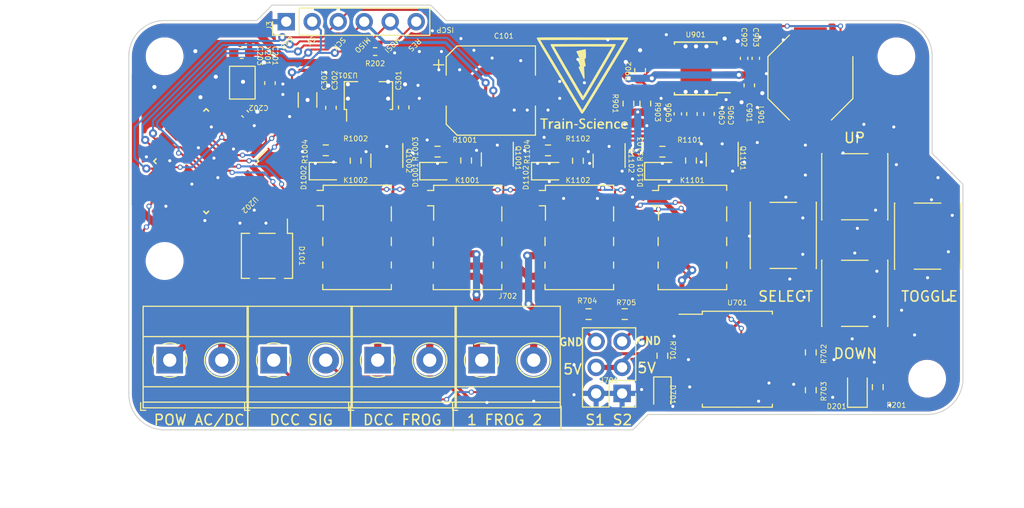
<source format=kicad_pcb>
(kicad_pcb (version 20221018) (generator pcbnew)
  (layers (0 "F.Cu" signal) (31 "B.Cu" signal) (34 "B.Paste" user) (35 "F.Paste" user) (36 "B.SilkS" user "B.Silkscreen") (37 "F.SilkS" user "F.Silkscreen") (38 "B.Mask" user) (39 "F.Mask" user) (44 "Edge.Cuts" user))
  (net 0 "")
  (net 1 "VCC")
  (net 2 "GND")
  (net 3 "/atmega/X1")
  (net 4 "+5V")
  (net 5 "/atmega/X2")
  (net 6 "Net-(U901-BS)")
  (net 7 "Net-(U901-SW)")
  (net 8 "+5VA")
  (net 9 "Net-(J101-Pin_2)")
  (net 10 "Net-(J101-Pin_1)")
  (net 11 "/atmega/LED")
  (net 12 "Net-(D201-A)")
  (net 13 "Net-(D701-K)")
  (net 18 "Net-(D1001-A)")
  (net 19 "Net-(D1002-A)")
  (net 20 "Net-(D1101-A)")
  (net 21 "Net-(D1102-A)")
  (net 26 "/Servo3-4/Servo2")
  (net 27 "/Servo3-4/Servo1")
  (net 28 "/Servo3-4/Frog1")
  (net 29 "/Servo3-4/Frog2")
  (net 46 "Net-(Q1001-G)")
  (net 47 "Net-(Q1002-G)")
  (net 48 "Net-(Q1101-G)")
  (net 49 "Net-(Q1102-G)")
  (net 50 "/atmega/reset")
  (net 51 "Net-(U701-EN)")
  (net 52 "/DCC/DCC_TTL")
  (net 53 "Net-(U901-FB)")
  (net 54 "/Servo3-4/Relay3")
  (net 55 "/Servo3-4/Relay4")
  (net 56 "/Servo3-4/Relay1")
  (net 57 "/Servo3-4/Relay2")
  (net 58 "/select")
  (net 59 "/toggle")
  (net 61 "/down")
  (net 62 "/up")
  (net 68 "/DCC_SIG_B")
  (net 69 "/DCC_FROG_B")
  (net 70 "/DCC_FROG_A")
  (net 71 "/DCC_SIG_A")
  (footprint "Package_SO:TI_SO-PowerPAD-8" (layer "F.Cu") (at 138.887 115.189 180)
    (fp_text reference "U901")
    (fp_text value "MT2499A")
  )
  (footprint "Relay_SMD:Relay_DPDT_Omron_G6K-2F-Y" (layer "F.Cu") (at 138.557 131.702)
    (fp_text reference "K1101")
    (fp_text value "G6K-2F-Y-TR DC5")
  )
  (footprint "custom_kicad_lib_sk:R_0603_smalltext" (layer "F.Cu") (at 105.664 124.203 -90)
    (fp_text reference "R1002")
    (fp_text value "22R")
  )
  (footprint "Capacitor_SMD:C_0603_1608Metric" (layer "F.Cu") (at 94.531324 113.698732 180)
    (fp_text reference "C203")
    (fp_text value "12pF")
  )
  (footprint "Package_TO_SOT_SMD:TO-269AA" (layer "F.Cu") (at 97 133.5 -90)
    (fp_text reference "D101")
    (fp_text value "MB10S")
  )
  (footprint "Diode_SMD:D_SOD-323" (layer "F.Cu") (at 113.538 125.222)
    (fp_text reference "D1001")
    (fp_text value "1N4148WS")
  )
  (footprint "custom_kicad_lib_sk:crystal_arduino" (layer "F.Cu") (at 94.372324 116.526732 90)
    (fp_text reference "Y201")
    (fp_text value "Crystal_GND2")
  )
  (footprint "custom_kicad_lib_sk:R_0603_smalltext" (layer "F.Cu") (at 135.636 143.256 -90)
    (fp_text reference "R701")
    (fp_text value "1k5")
  )
  (footprint "Package_TO_SOT_SMD:SOT-89-3" (layer "F.Cu") (at 106.91 117.8375 90)
    (fp_text reference "U301")
    (fp_text value "L78L05_SOT89")
  )
  (footprint "Package_TO_SOT_SMD:SOT-23" (layer "F.Cu") (at 141.478 124.082 -90)
    (fp_text reference "Q1101")
    (fp_text value "AO3400A")
  )
  (footprint "custom_kicad_lib_sk:R_0603_smalltext" (layer "F.Cu") (at 131.953 139.192)
    (fp_text reference "R705")
    (fp_text value "10k")
  )
  (footprint "Diode_SMD:D_SOD-323" (layer "F.Cu") (at 135.509 125.225)
    (fp_text reference "D1101")
    (fp_text value "1N4148WS")
  )
  (footprint "Inductor_SMD:L_Bourns-SRU8028_8.0x8.0mm" (layer "F.Cu") (at 150.0955 116.078 -90)
    (fp_text reference "L901")
    (fp_text value "L")
  )
  (footprint "custom_kicad_lib_sk:R_0603_smalltext" (layer "F.Cu") (at 113.665 123.317)
    (fp_text reference "R1003")
    (fp_text value "10k")
  )
  (footprint "Connector_PinHeader_2.54mm:PinHeader_2x03_P2.54mm_Vertical" (layer "F.Cu") (at 131.699 146.939 180)
    (fp_text reference "J701")
    (fp_text value "Servo")
  )
  (footprint "MountingHole:MountingHole_3.2mm_M3" (layer "F.Cu") (at 161.5 145.5)
    (fp_text reference "REF**" hide)
    (fp_text value "MountingHole_3.2mm_M3")
  )
  (footprint "custom_kicad_lib_sk:tactile_SMD_6mm" (layer "F.Cu") (at 154.432 126.746 -90)
    (fp_text reference "SW104" hide)
    (fp_text value "SW_Push")
  )
  (footprint "TerminalBlock_Phoenix:TerminalBlock_Phoenix_MKDS-1,5-2-5.08_1x02_P5.08mm_Horizontal" (layer "F.Cu") (at 107.818 143.688)
    (fp_text reference "J102" hide)
    (fp_text value "DCC_FROG")
  )
  (footprint "Diode_SMD:D_SOD-323" (layer "F.Cu") (at 135.636 146.939 -90)
    (fp_text reference "D701")
    (fp_text value "1N4148WS")
  )
  (footprint "Package_TO_SOT_SMD:SOT-23" (layer "F.Cu") (at 108.712 124.203 -90)
    (fp_text reference "Q1002")
    (fp_text value "AO3400A")
  )
  (footprint "Package_SO:SOP-8_6.62x9.15mm_P2.54mm" (layer "F.Cu") (at 142.959 143.5975)
    (fp_text reference "U701")
    (fp_text value "6N137")
  )
  (footprint "custom_kicad_lib_sk:R_0603_smalltext" (layer "F.Cu") (at 150.135 142.9325 -90)
    (fp_text reference "R702")
    (fp_text value "10k")
  )
  (footprint "Relay_SMD:Relay_DPDT_Omron_G6K-2F-Y" (layer "F.Cu") (at 105.791 131.693)
    (fp_text reference "K1002")
    (fp_text value "G6K-2F-Y-TR DC5")
  )
  (footprint "custom_kicad_lib_sk:R_0603_smalltext" (layer "F.Cu") (at 135.636 123.32)
    (fp_text reference "R1103")
    (fp_text value "10k")
  )
  (footprint "custom_kicad_lib_sk:tactile_SMD_6mm" (layer "F.Cu") (at 147.447 131.5 -90)
    (fp_text reference "SW101" hide)
    (fp_text value "SW_Push")
  )
  (footprint "Capacitor_SMD:C_0402_1005Metric" (layer "F.Cu") (at 144.7615 114.201 90)
    (fp_text reference "C903")
    (fp_text value "22nF")
  )
  (footprint "Capacitor_SMD:C_0402_1005Metric" (layer "F.Cu") (at 137.1415 119.632 90)
    (fp_text reference "C906")
    (fp_text value "100nF")
  )
  (footprint "Capacitor_SMD:CP_Elec_8x10.5" (layer "F.Cu") (at 118.872 117.348)
    (fp_text reference "C101")
    (fp_text value "1000uF")
  )
  (footprint "custom_kicad_lib_sk:tactile_SMD_6mm" (layer "F.Cu") (at 161.544 131.572 -90)
    (fp_text reference "SW102" hide)
    (fp_text value "SW_Push")
  )
  (footprint "Resistor_SMD:R_0603_1608Metric" (layer "F.Cu") (at 133.4585 115.443 90)
    (fp_text reference "R902")
    (fp_text value "20k")
  )
  (footprint "Diode_SMD:D_SOD-323" (layer "F.Cu") (at 102.743 125.219)
    (fp_text reference "D1002")
    (fp_text value "1N4148WS")
  )
  (footprint "custom_kicad_lib_sk:R_0603_smalltext" (layer "F.Cu") (at 116.459 124.1825 -90)
    (fp_text reference "R1001")
    (fp_text value "22R")
  )
  (footprint "custom_kicad_lib_sk:R_0603_smalltext" (layer "F.Cu") (at 128.4205 139.192 180)
    (fp_text reference "R704")
    (fp_text value "10k")
  )
  (footprint "Capacitor_SMD:C_0402_1005Metric" (layer "F.Cu") (at 143.6185 114.201 90)
    (fp_text reference "C902")
    (fp_text value "100nF")
  )
  (footprint "Resistor_SMD:R_0603_1608Metric_Pad0.98x0.95mm_HandSolder" (layer "F.Cu") (at 156.677 146.3205 90)
    (fp_text reference "R201")
    (fp_text value "6k2")
  )
  (footprint "Capacitor_SMD:C_0402_1005Metric" (layer "F.Cu") (at 94.870735 119.626143 -45)
    (fp_text reference "C202")
    (fp_text value "100nF")
  )
  (footprint "custom_kicad_lib_sk:R_0603_smalltext" (layer "F.Cu") (at 102.743 123.187)
    (fp_text reference "R1004")
    (fp_text value "10k")
  )
  (footprint "custom_kicad_lib_sk:Train-Science logo small" (layer "F.Cu") (at 127.889 116.713)
    (fp_text reference "G***" hide)
    (fp_text value "LOGO" hide)
  )
  (footprint "custom_kicad_lib_sk:tactile_SMD_6mm" (layer "F.Cu") (at 154.432 137.16 -90)
    (fp_text reference "SW103" hide)
    (fp_text value "SW_Push")
  )
  (footprint "Capacitor_SMD:C_0603_1608Metric" (layer "F.Cu") (at 138.5235 119.634 90)
    (fp_text reference "C904")
    (fp_text value "22uF")
  )
  (footprint "Relay_SMD:Relay_DPDT_Omron_G6K-2F-Y" (layer "F.Cu") (at 116.586 131.699)
    (fp_text reference "K1001")
    (fp_text value "G6K-2F-Y-TR DC5")
  )
  (footprint "Resistor_SMD:R_0402_1005Metric_Pad0.72x0.64mm_HandSolder" (layer "F.Cu") (at 107.569 113.538 180)
    (fp_text reference "R202")
    (fp_text value "10k")
  )
  (footprint "TerminalBlock_Phoenix:TerminalBlock_Phoenix_MKDS-1,5-2-5.08_1x02_P5.08mm_Horizontal" (layer "F.Cu") (at 97.658 143.688)
    (fp_text reference "J103" hide)
    (fp_text value "DCC_SIGNAL")
  )
  (footprint "custom_kicad_lib_sk:R_0603_smalltext" (layer "F.Cu") (at 138.43 124.1855 -90)
    (fp_text reference "R1101")
    (fp_text value "22R")
  )
  (footprint "Capacitor_SMD:C_0603_1608Metric" (layer "F.Cu") (at 97.293325 116.619732 -90)
    (fp_text reference "C201")
    (fp_text value "12pF")
  )
  (footprint "Connector_PinHeader_2.54mm:PinHeader_1x06_P2.54mm_Vertical" (layer "F.Cu") (at 98.88 110.617 90)
    (fp_text reference "J3")
    (fp_text value "ICSP")
  )
  (footprint "TerminalBlock_Phoenix:TerminalBlock_Phoenix_MKDS-1,5-2-5.08_1x02_P5.08mm_Horizontal" (layer "F.Cu") (at 87.498 143.688)
    (fp_text reference "J101" hide)
    (fp_text value "POWER")
  )
  (footprint "MountingHole:MountingHole_3.2mm_M3" (layer "F.Cu") (at 87 134 180)
    (fp_text reference "REF**" hide)
    (fp_text value "MountingHole_3.2mm_M3")
  )
  (footprint "Resistor_SMD:R_0603_1608Metric" (layer "F.Cu") (at 133.9665 118.618 -90)
    (fp_text reference "R903")
    (fp_text value "150k")
  )
  (footprint "LED_SMD:LED_0805_2012Metric_Pad1.15x1.40mm_HandSolder" (layer "F.Cu") (at 154.686 146.431 90)
    (fp_text reference "D201")
    (fp_text value "LED")
  )
  (footprint "Capacitor_SMD:C_0603_1608Metric_Pad1.08x0.95mm_HandSolder" (layer "F.Cu") (at 110.363 118.999 90)
    (fp_text reference "C301")
    (fp_text value "330nF")
  )
  (footprint "Package_TO_SOT_SMD:SOT-23" (layer "F.Cu") (at 130.429 124.209 -90)
    (fp_text reference "Q1102")
    (fp_text value "AO3400A")
  )
  (footprint "MountingHole:MountingHole_3.2mm_M3" (layer "F.Cu") (at 158.5 114)
    (fp_text reference "REF**" hide)
    (fp_text value "MountingHole_3.2mm_M3")
  )
  (footprint "MountingHole:MountingHole_3.2mm_M3" (layer "F.Cu") (at 87 114 180)
    (fp_text reference "REF**" hide)
    (fp_text value "MountingHole_3.2mm_M3")
  )
  (footprint "Resistor_SMD:R_0603_1608Metric" (layer "F.Cu") (at 132.3155 118.618 90)
    (fp_text reference "R901")
    (fp_text value "220k")
  )
  (footprint "Capacitor_SMD:C_0603_1608Metric" (layer "F.Cu") (at 144.1265 116.84 -90)
    (fp_text reference "C901")
    (fp_text value "22uF")
  )
  (footprint "TerminalBlock_Phoenix:TerminalBlock_Phoenix_MKDS-1,5-2-5.08_1x02_P5.08mm_Horizontal" (layer "F.Cu") (at 117.978 143.688)
    (fp_text reference "J702")
    (fp_text value "Frogs")
  )
  (footprint "Diode_SMD:D_SOD-323" (layer "F.Cu") (at 124.46 125.225)
    (fp_text reference "D1102")
    (fp_text value "1N4148WS")
  )
  (footprint "Capacitor_SMD:C_1206_3216Metric_Pad1.33x1.80mm_HandSolder" (layer "F.Cu") (at 100.965 118.2635 90)
    (fp_text reference "C303")
    (fp_text value "100uF")
  )
  (footprint "custom_kicad_lib_sk:R_0603_smalltext" (layer "F.Cu") (at 150.135 146.6155 90)
    (fp_text reference "R703")
    (fp_text value "10k")
  )
  (footprint "custom_kicad_lib_sk:R_0603_smalltext" (layer "F.Cu") (at 124.46 123.193)
    (fp_text reference "R1104")
    (fp_text value "10k")
  )
  (footprint "Capacitor_SMD:C_0603_1608Metric" (layer "F.Cu") (at 140.1895 119.634 90)
    (fp_text reference "C905")
    (fp_text value "22uF")
  )
  (footprint "Capacitor_SMD:C_0603_1608Metric_Pad1.08x0.95mm_HandSolder" (layer "F.Cu") (at 103.251 119.0255 90)
    (fp_text reference "C302")
    (fp_text value "100nF")
  )
  (footprint "Package_QFP:TQFP-32_7x7mm_P0.8mm" (layer "F.Cu") (at 91.061324 124.249731 -135)
    (fp_text reference "U202")
    (fp_text value "ATmega328-A")
  )
  (footprint "Relay_SMD:Relay_DPDT_Omron_G6K-2F-Y" (layer "F.Cu") (at 127.508 131.699)
    (fp_text reference "K1102")
    (fp_text value "G6K-2F-Y-TR DC5")
  )
  (footprint "custom_kicad_lib_sk:R_0603_smalltext" (layer "F.Cu") (at 127.381 124.209 -90)
    (fp_text reference "R1102")
    (fp_text value "22R")
  )
  (footprint "Package_TO_SOT_SMD:SOT-23" (layer "F.Cu") (at 119.507 124.079 -90)
    (fp_text reference "Q1001")
    (fp_text value "AO3400A")
  )
  (gr_line (start 105.156 150.495) (end 105.156 148.209) (stroke (width 0.15)) (layer "F.SilkS"))
  (gr_line (start 115.189 150.622) (end 115.189 148.336) (stroke (width 0.15)) (layer "F.SilkS"))
  (gr_line (start 95.123 150.495) (end 95.123 148.209) (stroke (width 0.15)) (layer "F.SilkS"))
  (gr_line (start 125.73 150.495) (end 125.73 148.209) (stroke (width 0.15)) (layer "F.SilkS"))
  (gr_line (start 113 109) (end 97.5 109) (stroke (width 0.1)) (layer "Edge.Cuts"))
  (gr_line (start 114.5 110.5) (end 158.5 110.5) (stroke (width 0.1)) (layer "Edge.Cuts"))
  (gr_line (start 93.5 150.5) (end 132.75 150.5) (stroke (width 0.1)) (layer "Edge.Cuts"))
  (gr_line (start 165 126.5) (end 165 145.5) (stroke (width 0.1)) (layer "Edge.Cuts"))
  (gr_arc (start 165 145.5) (mid 163.974874 147.974874) (end 161.5 149) (stroke (width 0.1)) (layer "Edge.Cuts"))
  (gr_arc (start 158.5 110.5) (mid 160.974874 111.525126) (end 162 114) (stroke (width 0.1)) (layer "Edge.Cuts"))
  (gr_line (start 132.75 150.5) (end 134.25 149) (stroke (width 0.1)) (layer "Edge.Cuts"))
  (gr_line (start 97.5 109) (end 96 110.5) (stroke (width 0.1)) (layer "Edge.Cuts"))
  (gr_line (start 93.5 150.5) (end 87 150.5) (stroke (width 0.1)) (layer "Edge.Cuts"))
  (gr_line (start 113 109) (end 114.5 110.5) (stroke (width 0.1)) (layer "Edge.Cuts"))
  (gr_line (start 162 123.5) (end 162 114) (stroke (width 0.1)) (layer "Edge.Cuts"))
  (gr_line (start 83.5 147) (end 83.5 114) (stroke (width 0.1)) (layer "Edge.Cuts"))
  (gr_arc (start 87 150.5) (mid 84.525126 149.474874) (end 83.5 147) (stroke (width 0.1)) (layer "Edge.Cuts"))
  (gr_line (start 96 110.5) (end 87 110.5) (stroke (width 0.1)) (layer "Edge.Cuts"))
  (gr_line (start 165 126.5) (end 162 123.5) (stroke (width 0.1)) (layer "Edge.Cuts"))
  (gr_line (start 134.25 149) (end 161.5 149) (stroke (width 0.1)) (layer "Edge.Cuts"))
  (gr_arc (start 83.5 114) (mid 84.525126 111.525126) (end 87 110.5) (stroke (width 0.1)) (layer "Edge.Cuts"))
  (gr_text "UP" (at 153.289 122.555) (layer "F.SilkS") (effects (font (size 1 1)) (justify left bottom)))
  (gr_text "SCK" (at 104.394 112.014 225) (layer "F.SilkS") (effects (font (size 0.5 0.5) (thickness 0.075)) (justify left bottom)))
  (gr_text "RES" (at 111.76 112.141 -135) (layer "F.SilkS") (effects (font (size 0.5 0.5) (thickness 0.075)) (justify left bottom)))
  (gr_text "GND" (at 133.096 142.24) (layer "F.SilkS") (effects (font (size 0.75 0.75)) (justify left bottom)))
  (gr_text "DCC FROG" (at 106.299 150.114) (layer "F.SilkS") (effects (font (size 1 1)) (justify left bottom)))
  (gr_text "ISCP" (at 115.316 111.125 180) (layer "F.SilkS") (effects (font (size 0.5 0.5) (thickness 0.075)) (justify left bottom)))
  (gr_text "SELECT" (at 144.907 138.049) (layer "F.SilkS") (effects (font (size 1 1)) (justify left bottom)))
  (gr_text "GND" (at 99.314 111.887 225) (layer "F.SilkS") (effects (font (size 0.5 0.5) (thickness 0.075)) (justify left bottom)))
  (gr_text "GND" (at 125.476 142.367) (layer "F.SilkS") (effects (font (size 0.75 0.75)) (justify left bottom)))
  (gr_text "1 FROG 2" (at 116.459 150.114) (layer "F.SilkS") (effects (font (size 1 1)) (justify left bottom)))
  (gr_text "POW AC/DC" (at 85.852 150.114) (layer "F.SilkS") (effects (font (size 1 1)) (justify left bottom)))
  (gr_text "MISO" (at 106.807 112.014 225) (layer "F.SilkS") (effects (font (size 0.5 0.5) (thickness 0.075)) (justify left bottom)))
  (gr_text "DOWN" (at 152.273 143.637) (layer "F.SilkS") (effects (font (size 1 1)) (justify left bottom)))
  (gr_text "5V\n" (at 101.473 111.887 225) (layer "F.SilkS") (effects (font (size 0.5 0.5) (thickness 0.075)) (justify left bottom)))
  (gr_text "MOSI" (at 109.728 112.014 225) (layer "F.SilkS") (effects (font (size 0.5 0.5) (thickness 0.075)) (justify left bottom)))
  (gr_text "5V" (at 125.857 145.161) (layer "F.SilkS") (effects (font (size 1 1)) (justify left bottom)))
  (gr_text "TOGGLE" (at 158.877 138.049) (layer "F.SilkS") (effects (font (size 1 1)) (justify left bottom)))
  (gr_text "5V" (at 133.096 145.034) (layer "F.SilkS") (effects (font (size 1 1)) (justify left bottom)))
  (gr_text "DCC SIG" (at 97.155 150.114) (layer "F.SilkS") (effects (font (size 1 1)) (justify left bottom)))
  (gr_text "S1 S2" (at 128.016 150.114) (layer "F.SilkS") (effects (font (size 1 1)) (justify left bottom)))
  (segment (start 84.15 115.85) (end 84.8 115.2) (width 0.7) (layer "F.Cu") (net 1))
  (segment (start 134.60305 116.14805) (end 134.9271 115.824) (width 0.7) (layer "F.Cu") (net 1))
  (segment (start 143.8855 115.824) (end 144.1265 116.065) (width 0.7) (layer "F.Cu") (net 1))
  (segment (start 111.4425 114.6175) (end 114.173 117.348) (width 0.7) (layer "F.Cu") (net 1))
  (segment (start 84.8 115.2) (end 84.8 113.08873) (width 0.7) (layer "F.Cu") (net 1))
  (segment (start 141.667 115.824) (end 143.1105 115.824) (width 0.7) (layer "F.Cu") (net 1))
  (segment (start 84.15 128.473) (end 84.15 115.85) (width 0.7) (layer "F.Cu") (net 1))
  (segment (start 86.08873 111.8) (end 96.179 111.8) (width 0.7) (layer "F.Cu") (net 1))
  (segment (start 143.1105 115.824) (end 143.8855 115.824) (width 0.7) (layer "F.Cu") (net 1))
  (segment (start 117.983 115.443) (end 116.078 117.348) (width 0.7) (layer "F.Cu") (net 1))
  (segment (start 97.22 131.475) (end 94.402629 131.475) (width 0.7) (layer "F.Cu") (net 1))
  (segment (start 134.9271 115.824) (end 136.107 115.824) (width 0.7) (layer "F.Cu") (net 1))
  (segment (start 131.62895 115.443) (end 117.983 115.443) (width 0.7) (layer "F.Cu") (net 1))
  (segment (start 98.9965 114.6175) (end 111.4425 114.6175) (width 0.7) (layer "F.Cu") (net 1))
  (segment (start 86.525 130.848) (end 84.15 128.473) (width 0.7) (layer "F.Cu") (net 1))
  (segment (start 84.8 113.08873) (end 86.08873 111.8) (width 0.7) (layer "F.Cu") (net 1))
  (segment (start 132.334 116.14805) (end 131.62895 115.443) (width 0.7) (layer "F.Cu") (net 1))
  (segment (start 94.402629 131.475) (end 93.775629 130.848) (width 0.7) (layer "F.Cu") (net 1))
  (segment (start 93.775629 130.848) (end 86.525 130.848) (width 0.7) (layer "F.Cu") (net 1))
  (segment (start 110.363 119.8615) (end 111.6595 119.8615) (width 0.5) (layer "F.Cu") (net 1))
  (segment (start 108.41 119.7875) (end 110.289 119.7875) (width 0.5) (layer "F.Cu") (net 1))
  (segment (start 111.6595 119.8615) (end 114.173 117.348) (width 0.5) (layer "F.Cu") (net 1))
  (segment (start 96.179 111.8) (end 98.9965 114.6175) (width 0.7) (layer "F.Cu") (net 1))
  (segment (start 98.27 130.425) (end 97.22 131.475) (width 0.7) (layer "F.Cu") (net 1))
  (via (at 143.1105 115.824) (size 0.8) (drill 0.4) (layers "F.Cu" "B.Cu") (net 1))
  (via (at 134.60305 116.14805) (size 0.8) (drill 0.4) (layers "F.Cu" "B.Cu") (net 1))
  (via (at 132.334 116.14805) (size 0.8) (drill 0.4) (layers "F.Cu" "B.Cu") (net 1))
  (segment (start 134.9271 115.824) (end 134.60305 116.14805) (width 0.7) (layer "B.Cu") (net 1))
  (segment (start 143.1105 115.824) (end 134.9271 115.824) (width 0.7) (layer "B.Cu") (net 1))
  (segment (start 134.60305 116.14805) (end 132.334 116.14805) (width 0.7) (layer "B.Cu") (net 1))
  (segment (start 97.293325 115.844731) (end 95.910324 115.844731) (width 0.25) (layer "F.Cu") (net 2))
  (segment (start 94.779815 119.965554) (end 93.783685 120.961684) (width 0.2) (layer "F.Cu") (net 2))
  (segment (start 145.3965 117.602) (end 144.1395 117.602) (width 0.7) (layer "F.Cu") (net 2))
  (segment (start 138.9195 117.475) (end 138.9195 118.463) (width 1) (layer "F.Cu") (net 2))
  (segment (start 96.055325 119.413731) (end 95.761969 119.413731) (width 0.2) (layer "F.Cu") (net 2))
  (segment (start 133.4585 113.411) (end 133.4335 113.436) (width 1) (layer "F.Cu") (net 2))
  (segment (start 124.46 119.253) (end 124.46 119.236) (width 0.2) (layer "F.Cu") (net 2))
  (segment (start 94.658324 116.360732) (end 95.542324 115.476732) (width 0.25) (layer "F.Cu") (net 2))
  (segment (start 133.4335 113.436) (end 133.4335 114.618) (width 1) (layer "F.Cu") (net 2))
  (segment (start 95.631 121.377111) (end 95.631 120.904) (width 0.2) (layer "F.Cu") (net 2))
  (segment (start 95.631 120.904) (end 95.758 120.777) (width 0.2) (layer "F.Cu") (net 2))
  (segment (start 137.9035 118.3) (end 137.9035 117.475) (width 1) (layer "F.Cu") (net 2))
  (segment (start 133.4585 114.618) (end 132.1255 114.618) (width 0.7) (layer "F.Cu") (net 2))
  (segment (start 140.1895 118.859) (end 139.9865 119.062) (width 1) (layer "F.Cu") (net 2))
  (segment (start 132.1255 114.618) (end 132.0615 114.554) (width 0.7) (layer "F.Cu") (net 2))
  (segment (start 94.658324 116.492732) (end 94.658324 116.360732) (width 0.25) (layer "F.Cu") (net 2))
  (segment (start 95.761969 119.413731) (end 95.210146 119.965554) (width 0.2) (layer "F.Cu") (net 2))
  (segment (start 95.758 120.777) (end 95.631 120.65) (width 0.2) (layer "F.Cu") (net 2))
  (segment (start 141.541 119.062) (end 141.478 118.999) (width 0.7) (layer "F.Cu") (net 2))
  (segment (start 139.9355 117.475) (end 139.9355 118.605) (width 1) (layer "F.Cu") (net 2))
  (segment (start 138.9195 118.463) (end 138.5235 118.859) (width 1) (layer "F.Cu") (net 2))
  (segment (start 141.1175 122.555) (end 140.528 123.1445) (width 0.2) (layer "F.Cu") (net 2))
  (segment (start 144.1265 117.615) (end 142.6795 119.062) (width 0.7) (layer "F.Cu") (net 2))
  (segment (start 142.6795 119.062) (end 141.541 119.062) (width 0.7) (layer "F.Cu") (net 2))
  (segment (start 139.3005 119.062) (end 137.1415 119.062) (width 1) (layer "F.Cu") (net 2))
  (segment (start 95.631 120.65) (end 95.631 120.386408) (width 0.2) (layer "F.Cu") (net 2))
  (segment (start 93.642324 117.376732) (end 94.526324 116.492732) (width 0.25) (layer "F.Cu") (net 2))
  (segment (start 139.9355 113.03) (end 139.9355 117.475) (width 1) (layer "F.Cu") (net 2))
  (segment (start 141.415 119.062) (end 139.3005 119.062) (width 0.7) (layer "F.Cu") (net 2))
  (segment (start 95.631 120.386408) (end 95.210146 119.965554) (width 0.2) (layer "F.Cu") (net 2))
  (segment (start 94.915056 122.093055) (end 95.631 121.377111) (width 0.2) (layer "F.Cu") (net 2))
  (segment (start 137.9035 113.03) (end 137.9035 117.475) (width 1) (layer "F.Cu") (net 2))
  (segment (start 121.158 119.253) (end 121.158 118.762) (width 0.2) (layer "F.Cu") (net 2))
  (segment (start 94.526324 116.492732) (end 94.658324 116.492732) (width 0.25) (layer "F.Cu") (net 2))
  (segment (start 139.9355 118.605) (end 140.1895 118.859) (width 1) (layer "F.Cu") (net 2))
  (segment (start 140.1895 113.284) (end 139.9355 113.03) (width 1) (layer "F.Cu") (net 2))
  (segment (start 141.478 122.555) (end 141.1175 122.555) (width 0.2) (layer "F.Cu") (net 2))
  (segment (start 137.1415 119.062) (end 137.9035 118.3) (width 1) (layer "F.Cu") (net 2))
  (segment (start 124.46 119.236) (end 122.572 117.348) (width 0.2) (layer "F.Cu") (net 2))
  (segment (start 95.306325 113.698732) (end 95.306324 115.240731) (width 0.25) (layer "F.Cu") (net 2))
  (segment (start 141.478 118.999) (end 141.415 119.062) (width 0.7) (layer "F.Cu") (net 2))
  (segment (start 121.158 118.762) (end 122.572 117.348) (width 0.2) (layer "F.Cu") (net 2))
  (segment (start 139.9865 119.062) (end 139.3005 119.062) (width 1) (layer "F.Cu") (net 2))
  (segment (start 138.9195 117.475) (end 138.9195 113.03) (width 1) (layer "F.Cu") (net 2))
  (segment (start 141.667 113.284) (end 140.1895 113.284) (width 1) (layer "F.Cu") (net 2))
  (segment (start 95.210146 119.965554) (end 94.779815 119.965554) (width 0.2) (layer "F.Cu") (net 2))
  (via (at 87.503 124.206) (size 0.5) (drill 0.3) (layers "F.Cu" "B.Cu") (net 2))
  (via (at 152.273 147.32) (size 0.5) (drill 0.3) (layers "F.Cu" "B.Cu") (net 2))
  (via (at 95.758 120.777) (size 0.5) (drill 0.3) (layers "F.Cu" "B.Cu") (net 2))
  (via (at 117.221 113.411) (size 0.5) (drill 0.3) (layers "F.Cu" "B.Cu") (net 2))
  (via (at 139.9355 113.03) (size 0.8) (drill 0.4) (layers "F.Cu" "B.Cu") (net 2))
  (via (at 123.063 147.701) (size 0.5) (drill 0.3) (layers "F.Cu" "B.Cu") (net 2))
  (via (at 139.446 122.555) (size 0.5) (drill 0.3) (layers "F.Cu" "B.Cu") (net 2))
  (via (at 123.444 124.46) (size 0.5) (drill 0.3) (layers "F.Cu" "B.Cu") (net 2))
  (via (at 92 116) (size 0.8) (drill 0.4) (layers "F.Cu" "B.Cu") (net 2))
  (via (at 138.9195 113.03) (size 0.8) (drill 0.4) (layers "F.Cu" "B.Cu") (net 2))
  (via (at 129.286 127.889) (size 0.5) (drill 0.3) (layers "F.Cu" "B.Cu") (net 2))
  (via (at 115.824 115.316) (size 0.5) (drill 0.3) (layers "F.Cu" "B.Cu") (net 2))
  (via (at 158.242 120.904) (size 0.5) (drill 0.3) (layers "F.Cu" "B.Cu") (net 2))
  (via (at 163.576 137.795) (size 0.5) (drill 0.3) (layers "F.Cu" "B.Cu") (net 2))
  (via (at 90.932 130.048) (size 0.5) (drill 0.3) (layers "F.Cu" "B.Cu") (net 2))
  (via (at 111.252 123.444) (size 0.5) (drill 0.3) (layers "F.Cu" "B.Cu") (net 2))
  (via (at 152.4 143.637) (size 0.5) (drill 0.3) (layers "F.Cu" "B.Cu") (net 2))
  (via (at 102.997 116.8665) (size 0.8) (drill 0.4) (layers "F.Cu" "B.Cu") (net 2))
  (via (at 95.758 129.032) (size 0.5) (drill 0.3) (layers "F.Cu" "B.Cu") (net 2))
  (via (at 145.034 147.701) (size 0.5) (drill 0.3) (layers "F.Cu" "B.Cu") (net 2))
  (via (at 131.699 125.222) (size 0.5) (drill 0.3) (layers "F.Cu" "B.Cu") (net 2))
  (via (at 146.05 145.923) (size 0.5) (drill 0.3) (layers "F.Cu" "B.Cu") (net 2))
  (via (at 132.0615 114.554) (size 0.8) (drill 0.4) (layers "F.Cu" "B.Cu") (net 2))
  (via (at 101.727 124.46) (size 0.5) (drill 0.3) (layers "F.Cu" "B.Cu") (net 2))
  (via (at 141.478 118.999) (size 0.5) (drill 0.3) (layers "F.Cu" "B.Cu") (net 2))
  (via (at 106.68 123.317) (size 0.5) (drill 0.3) (layers "F.Cu" "B.Cu") (net 2))
  (via (at 127 144.145) (size 0.5) (drill 0.3) (layers "F.Cu" "B.Cu") (net 2))
  (via (at 114.046 113.538) (size 0.5) (drill 0.3) (layers "F.Cu" "B.Cu") (net 2))
  (via (at 137.9035 117.475) (size 0.8) (drill 0.4) (layers "F.Cu" "B.Cu") (net 2))
  (via (at 148.463 146.05) (size 0.5) (drill 0.3) (layers "F.Cu" "B.Cu") (net 2))
  (via (at 92.202 125.857) (size 0.5) (drill 0.3) (layers "F.Cu" "B.Cu") (net 2))
  (via (at 130.302 112.395) (size 0.5) (drill 0.3) (layers "F.Cu" "B.Cu") (net 2))
  (via (at 94.658324 116.492732) (size 0.8) (drill 0.4) (layers "F.Cu" "B.Cu") (net 2))
  (via (at 161.544 135.636) (size 0.5) (drill 0.3) (layers "F.Cu" "B.Cu") (net 2))
  (via (at 127 147.066) (size 0.5) (drill 0.3) (layers "F.Cu" "B.Cu") (net 2))
  (via (at 141.478 122.555) (size 0.5) (drill 0.3) (layers "F.Cu" "B.Cu") (net 2))
  (via (at 118.999 114.173) (size 0.5) (drill 0.3) (layers "F.Cu" "B.Cu") (net 2))
  (via (at 143.3645 118.491) (size 0.8) (drill 0.4) (layers "F.Cu" "B.Cu") (net 2))
  (via (at 137.9035 113.03) (size 0.8) (drill 0.4) (layers "F.Cu" "B.Cu") (net 2))
  (via (at 103.505 124.333) (size 0.5) (drill 0.3) (layers "F.Cu" "B.Cu") (net 2))
  (via (at 139.446 124.333) (size 0.5) (drill 0.3) (layers "F.Cu" "B.Cu") (net 2))
  (via (at 149.606 122.682) (size 0.5) (drill 0.3) (layers "F.Cu" "B.Cu") (net 2))
  (via (at 128.016 116.586) (size 0.5) (drill 0.3) (layers "F.Cu" "B.Cu") (net 2))
  (via (at 134.112 120.777) (size 0.5) (drill 0.3) (layers "F.Cu" "B.Cu") (net 2))
  (via (at 100.457 123.317) (size 0.5) (drill 0.3) (layers "F.Cu" "B.Cu") (net 2))
  (via (at 154.432 133.223) (size 0.5) (drill 0.3) (layers "F.Cu" "B.Cu") (net 2))
  (via (at 98.552 117.729) (size 0.5) (drill 0.3) (layers "F.Cu" "B.Cu") (net 2))
  (via (at 132.715 125.984) (size 0.5) (drill 0.3) (layers "F.Cu" "B.Cu") (net 2))
  (via (at 124.46 119.253) (size 0.5) (drill 0.3) (layers "F.Cu" "B.Cu") (net 2))
  (via (at 161.925 128.016) (size 0.5) (drill 0.3) (layers "F.Cu" "B.Cu") (net 2))
  (via (at 94.361 130.302) (size 0.5) (drill 0.3) (layers "F.Cu" "B.Cu") (net 2))
  (via (at 149.479 137.541) (size 0.5) (drill 0.3) (layers "F.Cu" "B.Cu") (net 2))
  (via (at 143.637 124.333) (size 0.5) (drill 0.3) (layers "F.Cu" "B.Cu") (net 2))
  (via (at 135.509 118.11) (size 0.5) (drill 0.3) (layers "F.Cu" "B.Cu") (net 2))
  (via (at 87.122 128.651) (size 0.5) (drill 0.3) (layers "F.Cu" "B.Cu") (net 2))
  (via (at 108.839 116.4855) (size 0.8) (drill 0.4) (layers "F.Cu" "B.Cu") (net 2))
  (via (at 113.157 111.506) (size 0.5) (drill 0.3) (layers "F.Cu" "B.Cu") (net 2))
  (via (at 121.158 119.253) (size 0.5) (drill 0.3) (layers "F.Cu" "B.Cu") (net 2))
  (via (at 125.603 118.11) (size 0.5) (drill 0.3) (layers "F.Cu" "B.Cu") (net 2))
  (via (at 131.953 120.65) (size 0.5) (drill 0.3) (layers "F.Cu" "B.Cu") (net 2))
  (via (at 124.587 126.238) (size 0.5) (drill 0.3) (layers "F.Cu" "B.Cu") (net 2))
  (via (at 138.303 146.304) (size 0.5) (drill 0.3) (layers "F.Cu" "B.Cu") (net 2))
  (via (at 100.965 118.2635) (size 0.8) (drill 0.4) (layers "F.Cu" "B.Cu") (net 2))
  (via (at 154.178 141.605) (size 0.5) (drill 0.3) (layers "F.Cu" "B.Cu") (net 2))
  (via (at 111.887 113.538) (size 0.5) (drill 0.3) (layers "F.Cu" "B.Cu") (net 2))
  (via (at 112.649 122.174) (size 0.5) (drill 0.3) (layers "F.Cu" "B.Cu") (net 2))
  (via (at 132.715 127.762) (size 0.5) (drill 0.3) (layers "F.Cu" "B.Cu") (net 2))
  (via (at 128.524 124.46) (size 0.5) (drill 0.3) (layers "F.Cu" "B.Cu") (net 2))
  (via (at 89.662 126.492) (size 0.5) (drill 0.3) (layers "F.Cu" "B.Cu") (net 2))
  (via (at 118.491 147.828) (size 0.5) (drill 0.3) (layers "F.Cu" "B.Cu") (net 2))
  (via (at 93.726 123.063) (size 0.5) (drill 0.3) (layers "F.Cu" "B.Cu") (net 2))
  (via (at 125.984 127.889) (size 0.5) (drill 0.3) (layers "F.Cu" "B.Cu") (net 2))
  (via (at 159.004 138.811) (size 0.5) (drill 0.3) (layers "F.Cu" "B.Cu") (net 2))
  (via (at 141.859 118.237) (size 0.5) (drill 0.3) (layers "F.Cu" "B.Cu") (net 2))
  (via (at 139.9355 117.475) (size 0.8) (drill 0.4) (layers "F.Cu" "B.Cu") (net 2))
  (via (at 108.839 118.1365) (size 0.8) (drill 0.4) (layers "F.Cu" "B.Cu") (net 2))
  (via (at 113.665 124.46) (size 0.5) (drill 0.3) (layers "F.Cu" "B.Cu") (net 2))
  (via (at 154.686 121.793) (size 0.5) (drill 0.3) (layers "F.Cu" "B.Cu") (net 2))
  (via (at 163.957 129.54) (size 0.5) (drill 0.3) (layers "F.Cu" "B.Cu") (net 2))
  (via (at 149.606 125.603) (size 0.5) (drill 0.3) (layers "F.Cu" "B.Cu") (net 2))
  (via (at 122.428 119.253) (size 0.5) (drill 0.3) (layers "F.Cu" "B.Cu") (net 2))
  (via (at 128.397 123.317) (size 0.5) (drill 0.3) (layers "F.Cu" "B.Cu") (net 2))
  (via (at 141.7135 112.268) (size 0.8) (drill 0.4) (layers "F.Cu" "B.Cu") (net 2))
  (via (at 96.055325 119.413731) (size 0.8) (drill 0.4) (layers "F.Cu" "B.Cu") (net 2))
  (via (at 138.176 143.637) (size 0.5) (drill 0.3) (layers "F.Cu" "B.Cu") (net 2))
  (via (at 96.901 130.302) (size 0.5) (drill 0.3) (layers "F.Cu" "B.Cu") (net 2))
  (via (at 104.902 118.1365) (size 0.8) (drill 0.4) (layers "F.Cu" "B.Cu") (net 2))
  (via (at 125.603 116.459) (size 0.5) (drill 0.3) (layers "F.Cu" "B.Cu") (net 2))
  (via (at 156.337 139.446) (size 0.5) (drill 0.3) (layers "F.Cu" "B.Cu") (net 2))
  (via (at 102.743 115.57) (size 0.5) (drill 0.3) (layers "F.Cu" "B.Cu") (net 2))
  (via (at 145.161 112.141) (size 0.5) (drill 0.3) (layers "F.Cu" "B.Cu") (net 2))
  (via (at 142.494 125.222) (size 0.5) (drill 0.3) (layers "F.Cu" "B.Cu") (net 2))
  (via (at 136.271 126.238) (size 0.5) (drill 0.3) (layers "F.Cu" "B.Cu") (net 2))
  (via (at 147.447 112.395) (size 0.5) (drill 0.3) (layers "F.Cu" "B.Cu") (net 2))
  (via (at 98.552 116.713) (size 0.5) (drill 0.3) (layers "F.Cu" "B.Cu") (net 2))
  (via (at 135.89 119.126) (size 0.5) (drill 0.3) (layers "F.Cu" "B.Cu") (net 2))
  (via (at 90.5 118) (size 0.8) (drill 0.4) (layers "F.Cu" "B.Cu") (net 2))
  (via (at 104.902 116.7395) (size 0.8) (drill 0.4) (layers "F.Cu" "B.Cu") (net 2))
  (via (at 113.792 115.316) (size 0.5) (drill 0.3) (layers "F.Cu" "B.Cu") (net 2))
  (via (at 117.475 123.19) (size 0.5) (drill 0.3) (layers "F.Cu" "B.Cu") (net 2))
  (via (at 154.686 130.81) (size 0.5) (drill 0.3) (layers "F.Cu" "B.Cu") (net 2))
  (via (at 162.56 125.857) (size 0.5) (drill 0.3) (layers "F.Cu" "B.Cu") (net 2))
  (via (at 133.604 144.272) (size 0.5) (drill 0.3) (layers "F.Cu" "B.Cu") (net 2))
  (via (at 86 117) (size 0.8) (drill 0.4) (layers "F.Cu" "B.Cu") (net 2))
  (via (at 149.352 129.794) (size 0.5) (drill 0.3) (layers "F.Cu" "B.Cu") (net 2))
  (via (at 90 113.5) (size 0.8) (drill 0.4) (layers "F.Cu" "B.Cu") (net 2))
  (via (at 156.591 135.001) (size 0.5) (drill 0.3) (layers "F.Cu" "B.Cu") (net 2))
  (via (at 157.861 148.082) (size 0.5) (drill 0.3) (layers "F.Cu" "B.Cu") (net 2))
  (via (at 111.76 116.84) (size 0.5) (drill 0.3) (layers "F.Cu" "B.Cu") (net 2))
  (via (at 99.215062 119.890428) (size 0.5) (drill 0.3) (layers "F.Cu" "B.Cu") (net 2))
  (via (at 90.297 122.936) (size 0.5) (drill 0.3) (layers "F.Cu" "B.Cu") (net 2))
  (via (at 127.381 114.3) (size 0.5) (drill 0.3) (layers "F.Cu" "B.Cu") (net 2))
  (via (at 124.587 124.46) (size 0.5) (drill 0.3) (layers "F.Cu" "B.Cu") (net 2))
  (via (at 110.49 116.7395) (size 0.8) (drill 0.4) (layers "F.Cu" "B.Cu") (net 2))
  (via (at 111.887 118.11) (size 0.5) (drill 0.3) (layers "F.Cu" "B.Cu") (net 2))
  (via (at 144.145 131.572) (size 0.5) (drill 0.3) (layers "F.Cu" "B.Cu") (net 2))
  (via (at 155.321 120.65) (size 0.5) (drill 0.3) (layers "F.Cu" "B.Cu") (net 2))
  (via (at 135.636 124.46) (size 0.5) (drill 0.3) (layers "F.Cu" "B.Cu") (net 2))
  (via (at 91.821 123.952) (size 0.5) (drill 0.3) (layers "F.Cu" "B.Cu") (net 2))
  (via (at 160.274 141.224) (size 0.5) (drill 0.3) (layers "F.Cu" "B.Cu") (net 2))
  (via (at 124.079 121.92) (size 0.5) (drill 0.3) (layers "F.Cu" "B.Cu") (net 2))
  (via (at 148.082 135.763) (size 0.5) (drill 0.3) (layers "F.Cu" "B.Cu") (net 2))
  (via (at 85.217 123.825) (size 0.5) (drill 0.3) (layers "F.Cu" "B.Cu") (net 2))
  (via (at 136.779 141.351) (size 0.5) (drill 0.3) (layers "F.Cu" "B.Cu") (net 2))
  (via (at 163.576 133.096) (size 0.5) (drill 0.3) (layers "F.Cu" "B.Cu") (net 2))
  (via (at 96.690324 114.587731) (size 0.8) (drill 0.4) (layers "F.Cu" "B.Cu") (net 2))
  (via (at 91.567 120.904) (size 0.5) (drill 0.3) (layers "F.Cu" "B.Cu") (net 2))
  (via (at 156.337 143.891) (size 0.5) (drill 0.3) (layers "F.Cu" "B.Cu") (net 2))
  (via (at 145.3965 117.602) (size 0.8) (drill 0.4) (layers "F.Cu" "B.Cu") (net 2))
  (via (at 119.507 122.682) (size 0.5) (drill 0.3) (layers "F.Cu" "B.Cu") (net 2))
  (via (at 156.464 129.032) (size 0.5) (drill 0.3) (layers "F.Cu" "B.Cu") (net 2))
  (via (at 149.352 133.35) (size 0.5) (drill 0.3) (layers "F.Cu" "B.Cu") (net 2))
  (via (at 115.951 112.268) (size 0.5) (drill 0.3) (layers "F.Cu" "B.Cu") (net 2))
  (via (at 147.701 127.762) (size 0.5) (drill 0.3) (layers "F.Cu" "B.Cu") (net 2))
  (via (at 108.712 122.809) (size 0.5) (drill 0.3) (layers "F.Cu" "B.Cu") (net 2))
  (via (at 145.796 115.697) (size 0.5) (drill 0.3) (layers "F.Cu" "B.Cu") (net 2))
  (via (at 153.289 123.444) (size 0.5) (drill 0.3) (layers "F.Cu" "B.Cu") (net 2))
  (via (at 158.496 124.587) (size 0.5) (drill 0.3) (layers "F.Cu" "B.Cu") (net 2))
  (via (at 133.4585 113.411) (size 0.8) (drill 0.4) (layers "F.Cu" "B.Cu") (net 2))
  (via (at 144.907 118.999) (size 0.5) (drill 0.3) (layers "F.Cu" "B.Cu") (net 2))
  (via (at 136.017 111.887) (size 0.5) (drill 0.3) (layers "F.Cu" "B.Cu") (net 2))
  (via (at 109.474 113.665) (size 0.5) (drill 0.3) (layers "F.Cu" "B.Cu") (net 2))
  (via (at 144.907 122.428) (size 0.5) (drill 0.3) (layers "F.Cu" "B.Cu") (net 2))
  (via (at 142.9835 112.522) (size 0.8) (drill 0.4) (layers "F.Cu" "B.Cu") (net 2))
  (via (at 130.429 122.809) (size 0.5) (drill 0.3) (layers "F.Cu" "B.Cu") (net 2))
  (via (at 136.652 148.209) (size 0.5) (drill 0.3) (layers "F.Cu" "B.Cu") (net 2))
  (via (at 121.793 114.427) (size 0.5) (drill 0.3) (layers "F.Cu" "B.Cu") (net 2))
  (via (at 138.9195 117.475) (size 0.8) (drill 0.4) (layers "F.Cu" "B.Cu") (net 2))
  (via (at 133.604 146.558) (size 0.5) (drill 0.3) (layers "F.Cu" "B.Cu") (net 2))
  (via (at 122.174 123.19) (size 0.5) (drill 0.3) (layers "F.Cu" "B.Cu") (net 2))
  (segment (start 93.847122 119.115334) (end 95.285725 117.676731) (width 0.25) (layer "F.Cu") (net 3))
  (segment (start 97.293325 117.394732) (end 95.824325 117.394731) (width 0.25) (layer "F.Cu") (net 3))
  (segment (start 92.652314 119.830315) (end 93.367294 119.115334) (width 0.25) (layer "F.Cu") (net 3))
  (segment (start 93.367294 119.115334) (end 93.847122 119.115334) (width 0.25) (layer "F.Cu") (net 3))
  (segment (start 99.441 118.491) (end 99.6315 118.6815) (width 0.2) (layer "F.Cu") (net 4))
  (segment (start 94.531324 119.286732) (end 95.104325 118.713731) (width 0.2) (layer "F.Cu") (net 4))
  (segment (start 129.333 139.192) (end 131.0405 139.192) (width 0.3) (layer "F.Cu") (net 4))
  (segment (start 156.677 147.233) (end 155.529 148.381) (width 0.3) (layer "F.Cu") (net 4))
  (segment (start 92.583 121.030999) (end 92.583 121.92) (width 0.2) (layer "F.Cu") (net 4))
  (segment (start 133.595568 143.059) (end 136.192568 140.462) (width 0.3) (layer "F.Cu") (net 4))
  (segment (start 98.352318 147.526318) (end 96.495 145.669) (width 0.2) (layer "F.Cu") (net 4))
  (segment (start 99.6315 118.6815) (end 99.2505 118.6815) (width 0.2) (layer "F.Cu") (net 4))
  (segment (start 136.192568 140.462) (end 142.621 140.462) (width 0.3) (layer "F.Cu") (net 4))
  (segment (start 143.2955 139.7875) (end 147.484 139.7875) (width 0.3) (layer "F.Cu") (net 4))
  (segment (start 130.499 142.356057) (end 130.913971 142.771029) (width 0.3) (layer "F.Cu") (net 4))
  (segment (start 150.96 146.703) (end 150.96 142.845) (width 0.3) (layer "F.Cu") (net 4))
  (segment (start 150.135 141.753) (end 148.1695 139.7875) (width 0.3) (layer "F.Cu") (net 4))
  (segment (start 155.529 148.381) (end 150.988 148.381) (width 0.3) (layer "F.Cu") (net 4))
  (segment (start 96.495 145.669) (end 86.233 145.669) (width 0.2) (layer "F.Cu") (net 4))
  (segment (start 94.349371 121.52737) (end 93.702741 122.174) (width 0.2) (layer "F.Cu") (net 4))
  (segment (start 131.201943 143.059) (end 133.595568 143.059) (width 0.3) (layer "F.Cu") (net 4))
  (segment (start 85.471 128.651) (end 85.725 128.397) (width 0.2) (layer "F.Cu") (net 4))
  (segment (start 99.2505 118.6815) (end 99.218269 118.713731) (width 0.2) (layer "F.Cu") (net 4))
  (segment (start 100.965 119.826) (end 105.3715 119.826) (width 0.5) (layer "F.Cu") (net 4))
  (segment (start 95.104325 118.713731) (end 99.218269 118.713731) (width 0.2) (layer "F.Cu") (net 4))
  (segment (start 142.621 140.462) (end 143.2955 139.7875) (width 0.3) (layer "F.Cu") (net 4))
  (segment (start 87.641628 124.841) (end 86.641907 125.840721) (width 0.2) (layer "F.Cu") (net 4))
  (segment (start 122.301 146.812) (end 116.967 146.812) (width 0.2) (layer "F.Cu") (net 4))
  (segment (start 99.6315 118.6815) (end 100.776 119.826) (width 0.2) (layer "F.Cu") (net 4))
  (segment (start 126.104 143.009) (end 122.301 146.812) (width 0.2) (layer "F.Cu") (net 4))
  (segment (start 106.9715 113.538) (end 103.759 113.538) (width 0.2) (layer "F.Cu") (net 4))
  (segment (start 114.554 147.526318) (end 98.352318 147.526318) (width 0.2) (layer "F.Cu") (net 4))
  (segment (start 92.837 122.174) (end 92.583 121.92) (width 0.2) (layer "F.Cu") (net 4))
  (segment (start 84.963 144.399) (end 84.963 130.937) (width 0.2) (layer "F.Cu") (net 4))
  (segment (start 130.499 139.7335) (end 130.499 142.356057) (width 0.3) (layer "F.Cu") (net 4))
  (segment (start 93.218 120.395999) (end 92.583 121.030999) (width 0.2) (layer "F.Cu") (net 4))
  (segment (start 86.233 145.669) (end 84.963 144.399) (width 0.2) (layer "F.Cu") (net 4))
  (segment (start 93.702741 122.174) (end 92.837 122.174) (width 0.2) (layer "F.Cu") (net 4))
  (segment (start 150.988 148.381) (end 150.135 147.528) (width 0.3) (layer "F.Cu") (net 4))
  (segment (start 130.913971 142.771029) (end 130.676 143.009) (width 0.2) (layer "F.Cu") (net 4))
  (segment (start 103.759 113.538) (end 103.632 113.665) (width 0.2) (layer "F.Cu") (net 4))
  (segment (start 150.96 142.845) (end 150.135 142.02) (width 0.3) (layer "F.Cu") (net 4))
  (segment (start 130.676 143.009) (end 126.104 143.009) (width 0.2) (layer "F.Cu") (net 4))
  (segment (start 85.725 128.397) (end 85.725 126.757628) (width 0.2) (layer "F.Cu") (net 4))
  (segment (start 99.218269 118.713731) (end 99.441 118.491) (width 0.2) (layer "F.Cu") (net 4))
  (segment (start 99.441 115.5675) (end 99.441 118.491) (width 0.2) (layer "F.Cu") (net 4))
  (segment (start 84.963 130.937) (end 85.223167 130.676833) (width 0.2) (layer "F.Cu") (net 4))
  (segment (start 93.422057 120.396) (end 94.531324 119.286732) (width 0.25) (layer "F.Cu") (net 4))
  (segment (start 130.913971 142.771029) (end 131.201943 143.059) (width 0.3) (layer "F.Cu") (net 4))
  (segment (start 88.519 124.841) (end 87.641628 124.841) (width 0.2) (layer "F.Cu") (net 4))
  (segment (start 150.135 147.528) (end 150.96 146.703) (width 0.3) (layer "F.Cu") (net 4))
  (segment (start 131.0405 139.192) (end 130.499 139.7335) (width 0.3) (layer "F.Cu") (net 4))
  (segment (start 85.725 126.757628) (end 86.641907 125.840721) (width 0.2) (layer "F.Cu") (net 4))
  (via (at 85.471 128.651) (size 0.5) (drill 0.3) (layers "F.Cu" "B.Cu") (net 4))
  (via (at 103.632 113.665) (size 0.8) (drill 0.4) (layers "F.Cu" "B.Cu") (net 4))
  (via (at 116.967 146.812) (size 0.5) (drill 0.3) (layers "F.Cu" "B.Cu") (net 4))
  (via (at 92.583 121.92) (size 0.5) (drill 0.3) (layers "F.Cu" "B.Cu") (net 4))
  (via (at 99.441 115.5675) (size 0.8) (drill 0.4) (layers "F.Cu" "B.Cu") (net 4))
  (via (at 88.519 124.841) (size 0.5) (drill 0.3) (layers "F.Cu" "B.Cu") (net 4))
  (via (at 114.554 147.526318) (size 0.5) (drill 0.3) (layers "F.Cu" "B.Cu") (net 4))
  (via (at 85.223167 130.676833) (size 0.5) (drill 0.3) (layers "F.Cu" "B.Cu") (net 4))
  (segment (start 101.86039 113.79839) (end 100.091279 115.5675) (width 0.2) (layer "B.Cu") (net 4))
  (segment (start 102.27 111.467) (end 102.27 113.388779) (width 0.2) (layer "B.Cu") (net 4))
  (segment (start 85.223167 130.676833) (end 85.471 130.429) (width 0.2) (layer "B.Cu") (net 4))
  (segment (start 103.632 113.665) (end 101.99378 113.665) (width 0.2) (layer "B.Cu") (net 4))
  (segment (start 102.27 113.388779) (end 101.86039 113.79839) (width 0.2) (layer "B.Cu") (net 4))
  (segment (start 101.99378 113.665) (end 101.86039 113.79839) (width 0.2) (layer "B.Cu") (net 4))
  (segment (start 100.091279 115.5675) (end 99.441 115.5675) (width 0.2) (layer "B.Cu") (net 4))
  (segment (start 89.662 124.841) (end 88.519 124.841) (width 0.2) (layer "B.Cu") (net 4))
  (segment (start 114.554 147.526318) (end 115.268318 146.812) (width 0.2) (layer "B.Cu") (net 4))
  (segment (start 92.583 121.92) (end 89.662 124.841) (width 0.2) (layer "B.Cu") (net 4))
  (segment (start 101.42 110.617) (end 102.27 111.467) (width 0.2) (layer "B.Cu") (net 4))
  (segment (start 115.268318 146.812) (end 116.967 146.812) (width 0.2) (layer "B.Cu") (net 4))
  (segment (start 85.471 130.429) (end 85.471 128.651) (width 0.2) (layer "B.Cu") (net 4))
  (segment (start 92.08663 118.016732) (end 92.086629 117.159426) (width 0.25) (layer "F.Cu") (net 5))
  (segment (start 92.086629 119.264629) (end 91.610324 118.788324) (width 0.25) (layer "F.Cu") (net 5))
  (segment (start 91.610325 118.493037) (end 92.08663 118.016732) (width 0.25) (layer "F.Cu") (net 5))
  (segment (start 91.610324 118.788324) (end 91.610325 118.493037) (width 0.25) (layer "F.Cu") (net 5))
  (segment (start 92.086629 117.159426) (end 93.642324 115.603731) (width 0.25) (layer "F.Cu") (net 5))
  (segment (start 93.756324 113.698732) (end 93.756325 115.362731) (width 0.25) (layer "F.Cu") (net 5))
  (segment (start 144.7615 114.681) (end 143.6185 114.681) (width 0.25) (layer "F.Cu") (net 6))
  (segment (start 142.9835 117.094) (end 143.2375 116.84) (width 0.25) (layer "F.Cu") (net 6))
  (segment (start 144.9265 114.846) (end 144.9265 116.517817) (width 0.25) (layer "F.Cu") (net 6))
  (segment (start 144.7615 114.681) (end 144.9265 114.846) (width 0.25) (layer "F.Cu") (net 6))
  (segment (start 144.604317 116.84) (end 143.2375 116.84) (width 0.25) (layer "F.Cu") (net 6))
  (segment (start 141.667 117.094) (end 142.9835 117.094) (width 0.25) (layer "F.Cu") (net 6))
  (segment (start 144.9265 116.517817) (end 144.604317 116.84) (width 0.25) (layer "F.Cu") (net 6))
  (segment (start 143.292693 113.721) (end 143.6185 113.721) (width 0.7) (layer "F.Cu") (net 7))
  (segment (start 144.7615 113.721) (end 147.8805 113.721) (width 0.7) (layer "F.Cu") (net 7))
  (segment (start 141.667 114.554) (end 142.459693 114.554) (width 0.7) (layer "F.Cu") (net 7))
  (segment (start 147.8805 113.721) (end 149.4235 112.178) (width 0.7) (layer "F.Cu") (net 7))
  (segment (start 142.459693 114.554) (end 143.292693 113.721) (width 0.7) (layer "F.Cu") (net 7))
  (segment (start 143.6185 113.721) (end 144.7615 113.721) (width 0.7) (layer "F.Cu") (net 7))
  (segment (start 131.699 144.399) (end 129.159 144.399) (width 0.5) (layer "F.Cu") (net 8))
  (segment (start 115.697 127.889) (end 115.687 127.899) (width 0.2) (layer "F.Cu") (net 8))
  (segment (start 150.0955 119.978) (end 143.2745 119.978) (width 0.7) (layer "F.Cu") (net 8))
  (segment (start 133.605953 141.987953) (end 137.541 138.052906) (width 0.5) (layer "F.Cu") (net 8))
  (segment (start 142.8565 120.396) (end 138.5365 120.396) (width 0.7) (layer "F.Cu") (net 8))
  (segment (start 137.748 130.123812) (end 135.526188 127.902) (width 0.5) (layer "F.Cu") (net 8))
  (segment (start 113.086 127.899) (end 113.086 125.82) (width 0.2) (layer "F.Cu") (net 8))
  (segment (start 105.406 127.893) (end 102.291 127.893) (width 0.2) (layer "F.Cu") (net 8))
  (segment (start 134.459 125.225) (end 133.096 123.862) (width 0.7) (layer "F.Cu") (net 8))
  (segment (start 133.9665 119.443) (end 132.3155 119.443) (width 0.7) (layer "F.Cu") (net 8))
  (segment (start 138.5235 120.409) (end 137.4385 120.409) (width 0.7) (layer "F.Cu") (net 8))
  (segment (start 129.618002 127.048998) (end 125.300002 127.048998) (width 0.2) (layer "F.Cu") (net 8))
  (segment (start 112.532 127.899) (end 111.633 127) (width 0.2) (layer "F.Cu") (net 8))
  (segment (start 113.086 125.82) (end 112.488 125.222) (width 0.2) (layer "F.Cu") (net 8))
  (segment (start 135.057 125.823) (end 134.459 125.225) (width 0.7) (layer "F.Cu") (net 8))
  (segment (start 137.1415 120.112) (end 134.6355 120.112) (width 0.7) (layer "F.Cu") (net 8))
  (segment (start 134.6355 120.112) (end 133.9665 119.443) (width 0.7) (layer "F.Cu") (net 8))
  (segment (start 134.379 127.902) (end 133.525998 127.048998) (width 0.2) (layer "F.Cu") (net 8))
  (segment (start 101.693 125.219) (end 101.693 127.295) (width 0.3) (layer "F.Cu") (net 8))
  (segment (start 123.41 125.225) (end 123.41 126.458) (width 0.2) (layer "F.Cu") (net 8))
  (segment (start 111.633 127) (end 109.982 127) (width 0.2) (layer "F.Cu") (net 8))
  (segment (start 138.443025 134.887025) (end 137.748 134.192) (width 0.5) (layer "F.Cu") (net 8))
  (segment (start 143.2745 119.978) (end 142.8565 120.396) (width 0.7) (layer "F.Cu") (net 8))
  (segment (start 137.748 134.192) (end 137.748 130.123812) (width 0.5) (layer "F.Cu") (net 8))
  (segment (start 123.581 127.899) (end 122.730998 127.048998) (width 0.2) (layer "F.Cu") (net 8))
  (segment (start 133.096 123.19) (end 133.096 123.825) (width 0.7) (layer "F.Cu") (net 8))
  (segment (start 138.543975 134.887025) (end 138.443025 134.887025) (width 0.5) (layer "F.Cu") (net 8))
  (segment (start 106.299 127) (end 105.406 127.893) (width 0.2) (layer "F.Cu") (net 8))
  (segment (start 135.057 127.902) (end 135.057 125.823) (width 0.7) (layer "F.Cu") (net 8))
  (segment (start 137.4385 120.409) (end 137.1415 120.112) (width 0.7) (layer "F.Cu") (net 8))
  (segment (start 123.41 126.458) (end 124.008 127.056) (width 0.2) (layer "F.Cu") (net 8))
  (segment (start 108.691 127) (end 106.299 127) (width 0.2) (layer "F.Cu") (net 8))
  (segment (start 119.536 127.048998) (end 119.036002 127.048998) (width 0.2) (layer "F.Cu") (net 8))
  (segment (start 115.687 127.899) (end 113.086 127.899) (width 0.2) (layer "F.Cu") (net 8))
  (segment (start 129.794 126.873) (end 129.618002 127.048998) (width 0.2) (layer "F.Cu") (net 8))
  (segment (start 133.525998 127.048998) (end 131.572 127.048998) (width 0.2) (layer "F.Cu") (net 8))
  (segment (start 101.693 127.295) (end 102.291 127.893) (width 0.3) (layer "F.Cu") (net 8))
  (segment (start 133.096 123.825) (end 134.459 125.188) (width 0.2) (layer "F.Cu") (net 8))
  (segment (start 119.036002 127.048998) (end 118.196 127.889) (width 0.2) (layer "F.Cu") (net 8))
  (segment (start 125.300002 127.048998) (end 124.45 127.899) (width 0.2) (layer "F.Cu") (net 8))
  (segment (start 124.008 127.056) (end 124.008 127.899) (width 0.2) (layer "F.Cu") (net 8))
  (segment (start 137.541 138.052906) (end 137.541 135.89) (width 0.5) (layer "F.Cu") (net 8))
  (segment (start 122.730998 127.048998) (end 120.777 127.048998) (width 0.2) (layer "F.Cu") (net 8))
  (segment (start 118.196 127.889) (end 115.697 127.889) (width 0.2) (layer "F.Cu") (net 8))
  (via (at 119.536 127.048998) (size 0.5) (drill 0.3) (layers "F.Cu" "B.Cu") (net 8))
  (via (at 131.572 127.048998) (size 0.5) (drill 0.3) (layers "F.Cu" "B.Cu") (net 8))
  (via (at 120.777 127.048998) (size 0.5) (drill 0.3) (layers "F.Cu" "B.Cu") (net 8))
  (via (at 129.794 126.873) (size 0.5) (drill 0.3) (layers "F.Cu" "B.Cu") (net 8))
  (via (at 133.605953 141.987953) (size 0.8) (drill 0.4) (layers "F.Cu" "B.Cu") (net 8))
  (via (at 108.691 127) (size 0.5) (drill 0.3) (layers "F.Cu" "B.Cu") (net 8))
  (via (at 109.982 127) (size 0.5) (drill 0.3) (layers "F.Cu" "B.Cu") (net 8))
  (via (at 137.541 135.89) (size 0.8) (drill 0.4) (layers "F.Cu" "B.Cu") (net 8))
  (via (at 133.223 119.443) (size 0.5) (drill 0.3) (layers "F.Cu" "B.Cu") (net 8))
  (via (at 133.096 123.19) (size 0.5) (drill 0.3) (layers "F.Cu" "B.Cu") (net 8))
  (via (at 138.543975 134.887025) (size 0.8) (drill 0.4) (layers "F.Cu" "B.Cu") (net 8))
  (segment (start 133.096 123.19) (end 133.223 123.063) (width 0.7) (layer "B.Cu") (net 8))
  (segment (start 129.969998 127.048998) (end 129.794 126.873) (width 0.2) (layer "B.Cu") (net 8))
  (segment (start 131.572 127.048998) (end 129.969998 127.048998) (width 0.2) (layer "B.Cu") (net 8))
  (segment (start 137.541 135.89) (end 138.543975 134.887025) (width 0.5) (layer "B.Cu") (net 8))
  (segment (start 109.982 127) (end 108.691 127) (width 0.2) (layer "B.Cu") (net 8))
  (segment (start 131.699 143.894906) (end 133.605953 141.987953) (width 0.5) (layer "B.Cu") (net 8))
  (segment (start 120.777 127.048998) (end 119.536 127.048998) (width 0.2) (layer "B.Cu") (net 8))
  (segment (start 133.223 123.063) (end 133.223 119.443) (width 0.7) (layer "B.Cu") (net 8))
  (segment (start 92.578 139.959) (end 94.912 137.625) (width 0.7) (layer "F.Cu") (net 9))
  (segment (start 97.22 137.625) (end 98.27 136.575) (width 0.7) (layer "F.Cu") (net 9))
  (segment (start 92.578 143.688) (end 92.578 139.959) (width 0.7) (layer "F.Cu") (net 9))
  (segment (start 94.912 137.625) (end 97.22 137.625) (width 0.7) (layer "F.Cu") (net 9))
  (segment (start 95.73 136.575) (end 94.611 136.575) (width 0.7) (layer "F.Cu") (net 10))
  (segment (start 94.611 136.575) (end 87.498 143.688) (width 0.7) (layer "F.Cu") (net 10))
  (segment (start 85.769185 124.968) (end 86.076221 125.275036) (width 0.2) (layer "F.Cu") (net 11))
  (segment (start 112.056346 109.467) (end 105.11 109.467) (width 0.2) (layer "F.Cu") (net 11))
  (segment (start 105.11 109.467) (end 103.96 110.617) (width 0.2) (layer "F.Cu") (net 11))
  (segment (start 153.686 146.456) (end 153.686 144.764) (width 0.2) (layer "F.Cu") (net 11))
  (segment (start 160.244 139.603) (end 160.244 119.604) (width 0.2) (layer "F.Cu") (net 11))
  (segment (start 157.637 142.21) (end 160.244 139.603) (width 0.2) (layer "F.Cu") (net 11))
  (segment (start 113.639346 111.05) (end 112.056346 109.467) (width 0.2) (layer "F.Cu") (net 11))
  (segment (start 153.035 112.395) (end 160.244 119.604) (width 0.2) (layer "F.Cu") (net 11))
  (segment (start 154.686 147.456) (end 153.686 146.456) (width 0.2) (layer "F.Cu") (net 11))
  (segment (start 85.217 124.968) (end 85.769185 124.968) (width 0.2) (layer "F.Cu") (net 11))
  (segment (start 156.24 142.21) (end 157.637 142.21) (width 0.2) (layer "F.Cu") (net 11))
  (segment (start 153.686 144.764) (end 156.24 142.21) (width 0.2) (layer "F.Cu") (net 11))
  (segment (start 153.035 112.395) (end 153.035 111.05) (width 0.2) (layer "F.Cu") (net 11))
  (segment (start 147.828 111.05) (end 113.639346 111.05) (width 0.2) (layer "F.Cu") (net 11))
  (segment (start 98.5 112.141) (end 102.436 112.141) (width 0.2) (layer "F.Cu") (net 11))
  (segment (start 102.436 112.141) (end 103.96 110.617) (width 0.2) (layer "F.Cu") (net 11))
  (via (at 153.035 111.05) (size 0.5) (drill 0.3) (layers "F.Cu" "B.Cu") (net 11))
  (via (at 85.217 124.968) (size 0.8) (drill 0.4) (layers "F.Cu" "B.Cu") (net 11))
  (via (at 98.5 112.141) (size 0.8) (drill 0.4) (layers "F.Cu" "B.Cu") (net 11))
  (via (at 147.828 111.05) (size 0.5) (drill 0.3) (layers "F.Cu" "B.Cu") (net 11))
  (segment (start 85.09 124.968) (end 85.217 124.968) (width 0.2) (layer "B.Cu") (net 11))
  (segment (start 98.141 112.5) (end 92.5 112.5) (width 0.2) (layer "B.Cu") (net 11))
  (segment (start 84.074 123.952) (end 85.09 124.968) (width 0.2) (layer "B.Cu") (net 11))
  (segment (start 153.035 111.05) (end 147.828 111.05) (width 0.2) (layer "B.Cu") (net 11))
  (segment (start 92.5 112.5) (end 84.074 120.926) (width 0.2) (layer "B.Cu") (net 11))
  (segment (start 84.074 120.926) (end 84.074 123.952) (width 0.2) (layer "B.Cu") (net 11))
  (segment (start 98.5 112.141) (end 98.141 112.5) (width 0.2) (layer "B.Cu") (net 11))
  (segment (start 156.677 145.408) (end 154.688 145.408) (width 0.25) (layer "F.Cu") (net 12))
  (segment (start 135.78525 144.1685) (end 137.62625 142.3275) (width 0.3) (layer "F.Cu") (net 13))
  (segment (start 135.636 145.889) (end 135.636 144.1685) (width 0.3) (layer "F.Cu") (net 13))
  (segment (start 118.147238 125.495) (end 118.625738 125.0165) (width 0.2) (layer "F.Cu") (net 18))
  (segment (start 118.625738 125.0165) (end 119.507 125.0165) (width 0.2) (layer "F.Cu") (net 18))
  (segment (start 119.507 126.111) (end 119.507 125.0165) (width 0.2) (layer "F.Cu") (net 18))
  (segment (start 115.2485 125.8825) (end 117.72775 125.8825) (width 0.2) (layer "F.Cu") (net 18))
  (segment (start 120.086 127.899) (end 120.086 126.69) (width 0.2) (layer "F.Cu") (net 18))
  (segment (start 114.588 125.222) (end 115.2485 125.8825) (width 0.2) (layer "F.Cu") (net 18))
  (segment (start 117.72775 125.8825) (end 118.11525 125.495) (width 0.2) (layer "F.Cu") (net 18))
  (segment (start 118.11525 125.495) (end 118.147238 125.495) (width 0.2) (layer "F.Cu") (net 18))
  (segment (start 120.086 126.69) (end 119.507 126.111) (width 0.2) (layer "F.Cu") (net 18))
  (segment (start 103.793 125.219) (end 104.558 125.984) (width 0.3) (layer "F.Cu") (net 19))
  (segment (start 104.558 125.984) (end 108.204 125.984) (width 0.3) (layer "F.Cu") (net 19))
  (segment (start 108.204 125.984) (end 108.712 125.476) (width 0.3) (layer "F.Cu") (net 19))
  (segment (start 109.291 126.182) (end 109.291 127.893) (width 0.3) (layer "F.Cu") (net 19))
  (segment (start 108.712 125.603) (end 109.291 126.182) (width 0.3) (layer "F.Cu") (net 19))
  (segment (start 140.118238 125.498) (end 140.596738 125.0195) (width 0.2) (layer "F.Cu") (net 20))
  (segment (start 142.057 126.693) (end 141.478 126.114) (width 0.2) (layer "F.Cu") (net 20))
  (segment (start 141.478 126.114) (end 141.478 125.0195) (width 0.2) (layer "F.Cu") (net 20))
  (segment (start 142.057 127.902) (end 142.057 126.693) (width 0.2) (layer "F.Cu") (net 20))
  (segment (start 140.596738 125.0195) (end 141.478 125.0195) (width 0.2) (layer "F.Cu") (net 20))
  (segment (start 136.559 125.225) (end 137.2195 125.8855) (width 0.2) (layer "F.Cu") (net 20))
  (segment (start 137.2195 125.8855) (end 139.69875 125.8855) (width 0.2) (layer "F.Cu") (net 20))
  (segment (start 140.08625 125.498) (end 140.118238 125.498) (width 0.2) (layer "F.Cu") (net 20))
  (segment (start 139.69875 125.8855) (end 140.08625 125.498) (width 0.2) (layer "F.Cu") (net 20))
  (segment (start 130.429 126.492) (end 131.008 127.071) (width 0.2) (layer "F.Cu") (net 21))
  (segment (start 129.70475 125.1465) (end 130.429 125.1465) (width 0.2) (layer "F.Cu") (net 21))
  (segment (start 130.429 125.1465) (end 130.429 126.492) (width 0.2) (layer "F.Cu") (net 21))
  (segment (start 128.94225 125.909) (end 129.70475 125.1465) (width 0.2) (layer "F.Cu") (net 21))
  (segment (start 125.51 125.225) (end 126.194 125.909) (width 0.2) (layer "F.Cu") (net 21))
  (segment (start 131.008 127.071) (end 131.008 127.899) (width 0.2) (layer "F.Cu") (net 21))
  (segment (start 126.194 125.909) (end 128.94225 125.909) (width 0.2) (layer "F.Cu") (net 21))
  (segment (start 132.8655 140.6925) (end 132.8655 139.192) (width 0.3) (layer "F.Cu") (net 26))
  (segment (start 133.996686 130.002) (end 136.282685 130.002) (width 0.2) (layer "F.Cu") (net 26))
  (segment (start 134.039 137.052) (end 132.8655 138.2255) (width 0.2) (layer "F.Cu") (net 26))
  (segment (start 132.8655 138.2255) (end 132.8655 139.192) (width 0.2) (layer "F.Cu") (net 26))
  (segment (start 136.798 130.517315) (end 136.798 136.055686) (width 0.2) (layer "F.Cu") (net 26))
  (segment (start 135.801685 137.052) (end 134.039 137.052) (width 0.2) (layer "F.Cu") (net 26))
  (segment (start 136.798 136.055686) (end 135.801685 137.052) (width 0.2) (layer "F.Cu") (net 26))
  (segment (start 136.282685 130.002) (end 136.798 130.517315) (width 0.2) (layer "F.Cu") (net 26))
  (segment (start 95.798938 125.840721) (end 99.860217 129.902) (width 0.2) (layer "F.Cu") (net 26))
  (segment (start 131.699 141.859) (end 132.8655 140.6925) (width 0.3) (layer "F.Cu") (net 26))
  (segment (start 133.896686 129.902) (end 133.996686 130.002) (width 0.2) (layer "F.Cu") (net 26))
  (segment (start 99.860217 129.902) (end 133.896686 129.902) (width 0.2) (layer "F.Cu") (net 26))
  (segment (start 95.480741 125.840721) (end 95.798938 125.840721) (width 0.2) (layer "F.Cu") (net 26))
  (segment (start 133.731 130.302) (end 133.831 130.402) (width 0.2) (layer "F.Cu") (net 27))
  (segment (start 95.699384 127.190735) (end 96.583266 127.190735) (width 0.2) (layer "F.Cu") (net 27))
  (segment (start 94.915056 126.406407) (end 95.699384 127.190735) (width 0.2) (layer "F.Cu") (net 27))
  (segment (start 136.117001 130.402001) (end 136.398 130.683) (width 0.2) (layer "F.Cu") (net 27))
  (segment (start 129.159 141.859) (end 127.508 140.208) (width 0.3) (layer "F.Cu") (net 27))
  (segment (start 99.694531 130.302) (end 133.731 130.302) (width 0.2) (layer "F.Cu") (net 27))
  (segment (start 129.413 136.398) (end 127.508 138.303) (width 0.2) (layer "F.Cu") (net 27))
  (segment (start 136.398 135.89) (end 135.89 136.398) (width 0.2) (layer "F.Cu") (net 27))
  (segment (start 127.508 140.208) (end 127.508 139.192) (width 0.3) (layer "F.Cu") (net 27))
  (segment (start 133.831 130.402) (end 136.117001 130.402001) (width 0.2) (layer "F.Cu") (net 27))
  (segment (start 96.583266 127.190735) (end 99.694531 130.302) (width 0.2) (layer "F.Cu") (net 27))
  (segment (start 127.508 138.303) (end 127.508 139.192) (width 0.2) (layer "F.Cu") (net 27))
  (segment (start 135.89 136.398) (end 129.413 136.398) (width 0.2) (layer "F.Cu") (net 27))
  (segment (start 136.398 130.683) (end 136.398 135.89) (width 0.2) (layer "F.Cu") (net 27))
  (segment (start 122.428 133.477) (end 123.83 133.477) (width 0.7) (layer "F.Cu") (net 28))
  (segment (start 124.973 132.334) (end 133.573 132.334) (width 0.7) (layer "F.Cu") (net 28))
  (segment (start 133.573 132.334) (end 134.541 133.302) (width 0.7) (layer "F.Cu") (net 28))
  (segment (start 123.063 143.637) (end 123.063 138.684) (width 0.7) (layer "F.Cu") (net 28))
  (segment (start 123.063 138.684) (end 122.555 138.176) (width 0.7) (layer "F.Cu") (net 28))
  (segment (start 123.83 133.477) (end 124.008 133.299) (width 0.7) (layer "F.Cu") (net 28))
  (segment (start 124.008 133.299) (end 124.973 132.334) (width 0.7) (layer "F.Cu") (net 28))
  (via (at 122.555 138.176) (size 0.8) (drill 0.4) (layers "F.Cu" "B.Cu") (net 28))
  (via (at 122.428 133.477) (size 0.8) (drill 0.4) (layers "F.Cu" "B.Cu") (net 28))
  (segment (start 122.555 133.604) (end 122.428 133.477) (width 0.7) (layer "B.Cu") (net 28))
  (segment (start 122.555 138.176) (end 122.555 133.604) (width 0.7) (layer "B.Cu") (net 28))
  (segment (start 112.827 133.299) (end 111.862 132.334) (width 0.7) (layer "F.Cu") (net 29))
  (segment (start 117.424 133.299) (end 117.475 133.35) (width 0.7) (layer "F.Cu") (net 29))
  (segment (start 117.475 137.287) (end 117.475 143.129) (width 0.7) (layer "F.Cu") (net 29))
  (segment (start 111.862 132.334) (end 103.25 132.334) (width 0.7) (layer "F.Cu") (net 29))
  (segment (start 103.25 132.334) (end 102.291 133.293) (width 0.7) (layer "F.Cu") (net 29))
  (segment (start 113.086 133.299) (end 117.424 133.299) (width 0.7) (layer "F.Cu") (net 29))
  (via (at 117.475 137.287) (size 0.8) (drill 0.4) (layers "F.Cu" "B.Cu") (net 29))
  (via (at 117.475 133.35) (size 0.8) (drill 0.4) (layers "F.Cu" "B.Cu") (net 29))
  (segment (start 117.475 133.35) (end 117.475 137.287) (width 0.7) (layer "B.Cu") (net 29))
  (segment (start 116.459 125.095) (end 114.681 123.317) (width 0.2) (layer "F.Cu") (net 46))
  (segment (start 117.981552 125.095) (end 116.459 125.095) (width 0.2) (layer "F.Cu") (net 46))
  (segment (start 119.935052 123.1415) (end 117.981552 125.095) (width 0.2) (layer "F.Cu") (net 46))
  (segment (start 120.457 123.1415) (end 119.935052 123.1415) (width 0.2) (layer "F.Cu") (net 46))
  (segment (start 105.584 125.1155) (end 103.6555 123.187) (width 0.3) (layer "F.Cu") (net 47))
  (segment (start 109.208948 123.2655) (end 107.358948 125.1155) (width 0.2) (layer "F.Cu") (net 47))
  (segment (start 109.662 123.2655) (end 109.208948 123.2655) (width 0.2) (layer "F.Cu") (net 47))
  (segment (start 107.358948 125.1155) (end 105.664 125.1155) (width 0.2) (layer "F.Cu") (net 47))
  (segment (start 142.428 123.1445) (end 141.906052 123.1445) (width 0.2) (layer "F.Cu") (net 48))
  (segment (start 138.43 125.098) (end 136.652 123.32) (width 0.2) (layer "F.Cu") (net 48))
  (segment (start 139.952552 125.098) (end 138.43 125.098) (width 0.2) (layer "F.Cu") (net 48))
  (segment (start 141.906052 123.1445) (end 139.952552 125.098) (width 0.2) (layer "F.Cu") (net 48))
  (segment (start 129.007052 125.1215) (end 127.381 125.1215) (width 0.2) (layer "F.Cu") (net 49))
  (segment (start 130.857052 123.2715) (end 129.007052 125.1215) (width 0.2) (layer "F.Cu") (net 49))
  (segment (start 131.379 123.2715) (end 130.857052 123.2715) (width 0.2) (layer "F.Cu") (net 49))
  (segment (start 125.4525 123.193) (end 127.381 125.1215) (width 0.2) (layer "F.Cu") (net 49))
  (segment (start 101.327829 113.341) (end 102.933055 113.341) (width 0.2) (layer "F.Cu") (net 50))
  (segment (start 91.592173 126.477638) (end 93.854917 126.477638) (width 0.2) (layer "F.Cu") (net 50))
  (segment (start 102.933055 113.341) (end 103.707057 112.567) (width 0.2) (layer "F.Cu") (net 50))
  (segment (start 107.95 112.567) (end 108.331 112.567) (width 0.2) (layer "F.Cu") (net 50))
  (segment (start 108.1665 113.538) (end 108.1665 112.903) (width 0.2) (layer "F.Cu") (net 50))
  (segment (start 108.1665 112.7315) (end 108.331 112.567) (width 0.2) (layer "F.Cu") (net 50))
  (segment (start 108.1665 112.903) (end 108.1665 112.7315) (width 0.2) (layer "F.Cu") (net 50))
  (segment (start 109.63 112.567) (end 111.58 110.617) (width 0.2) (layer "F.Cu") (net 50))
  (segment (start 108.331 112.567) (end 109.63 112.567) (width 0.2) (layer "F.Cu") (net 50))
  (segment (start 101.027829 113.641) (end 101.327829 113.341) (width 0.2) (layer "F.Cu") (net 50))
  (segment (start 108.1665 112.7835) (end 107.95 112.567) (width 0.2) (layer "F.Cu") (net 50))
  (segment (start 88.365896 123.463494) (end 88.578029 123.463494) (width 0.2) (layer "F.Cu") (net 50))
  (segment (start 103.707057 112.567) (end 107.95 112.567) (width 0.2) (layer "F.Cu") (net 50))
  (segment (start 108.1665 112.903) (end 108.1665 112.7835) (width 0.2) (layer "F.Cu") (net 50))
  (segment (start 88.578029 123.463494) (end 91.592173 126.477638) (width 0.2) (layer "F.Cu") (net 50))
  (via (at 101.027829 113.641) (size 0.8) (drill 0.4) (layers "F.Cu" "B.Cu") (net 50))
  (via (at 88.365896 123.463494) (size 0.5) (drill 0.3) (layers "F.Cu" "B.Cu") (net 50))
  (segment (start 98.536531 113.7) (end 99.06487 114.228339) (width 0.2) (layer "B.Cu") (net 50))
  (segment (start 86.264043 120.777) (end 86.264043 120.433015) (width 0.2) (layer "B.Cu") (net 50))
  (segment (start 100.44049 114.228339) (end 101.027829 113.641) (width 0.2) (layer "B.Cu") (net 50))
  (segment (start 86.264043 120.433015) (end 92.997058 113.7) (width 0.2) (layer "B.Cu") (net 50))
  (segment (start 99.06487 114.228339) (end 100.44049 114.228339) (width 0.2) (layer "B.Cu") (net 50))
  (segment (start 88.365896 122.878853) (end 86.264043 120.777) (width 0.2) (layer "B.Cu") (net 50))
  (segment (start 88.365896 123.463494) (end 88.365896 122.878853) (width 0.2) (layer "B.Cu") (net 50))
  (segment (start 92.997058 113.7) (end 98.536531 113.7) (width 0.2) (layer "B.Cu") (net 50))
  (segment (start 147.484 143.039) (end 148.29 143.845) (width 0.3) (layer "F.Cu") (net 51))
  (segment (start 147.484 142.3275) (end 147.484 143.039) (width 0.3) (layer "F.Cu") (net 51))
  (segment (start 148.29 143.845) (end 150.135 143.845) (width 0.3) (layer "F.Cu") (net 51))
  (segment (start 143.345265 142.329265) (end 145.8835 144.8675) (width 0.2) (layer "F.Cu") (net 52))
  (segment (start 137.198 130.35163) (end 137.198 134.531) (width 0.2) (layer "F.Cu") (net 52))
  (segment (start 97.028 126.492) (end 100.038 129.502) (width 0.2) (layer "F.Cu") (net 52))
  (segment (start 134.062372 129.502) (end 134.162372 129.602) (width 0.2) (layer "F.Cu") (net 52))
  (segment (start 96.065036 125.275036) (end 97.028 126.238) (width 0.2) (layer "F.Cu") (net 52))
  (segment (start 145.8835 144.8675) (end 147.484 144.8675) (width 0.2) (layer "F.Cu") (net 52))
  (segment (start 136.448371 129.602) (end 137.198 130.35163) (width 0.2) (layer "F.Cu") (net 52))
  (segment (start 149.2995 144.8675) (end 150.135 145.703) (width 0.3) (layer "F.Cu") (net 52))
  (segment (start 143.345265 140.586265) (end 143.345265 142.329265) (width 0.2) (layer "F.Cu") (net 52))
  (segment (start 97.028 126.238) (end 97.028 126.492) (width 0.2) (layer "F.Cu") (net 52))
  (segment (start 100.038 129.502) (end 134.062372 129.502) (width 0.2) (layer "F.Cu") (net 52))
  (segment (start 147.484 144.8675) (end 149.2995 144.8675) (width 0.3) (layer "F.Cu") (net 52))
  (segment (start 134.162372 129.602) (end 136.448371 129.602) (width 0.2) (layer "F.Cu") (net 52))
  (segment (start 137.198 134.531) (end 142.367 139.7) (width 0.2) (layer "F.Cu") (net 52))
  (via (at 142.367 139.7) (size 0.5) (drill 0.3) (layers "F.Cu" "B.Cu") (net 52))
  (via (at 143.345265 140.586265) (size 0.5) (drill 0.3) (layers "F.Cu" "B.Cu") (net 52))
  (segment (start 142.459 139.7) (end 143.345265 140.586265) (width 0.2) (layer "B.Cu") (net 52))
  (segment (start 142.367 139.7) (end 142.459 139.7) (width 0.2) (layer "B.Cu") (net 52))
  (segment (start 134.2585 114.516) (end 135.4905 113.284) (width 0.25) (layer "F.Cu") (net 53))
  (segment (start 133.9665 117.793) (end 132.3155 117.793) (width 0.25) (layer "F.Cu") (net 53))
  (segment (start 133.4585 116.268) (end 134.2585 115.468) (width 0.25) (layer "F.Cu") (net 53))
  (segment (start 133.9665 116.776) (end 133.4585 116.268) (width 0.25) (layer "F.Cu") (net 53))
  (segment (start 133.9665 117.793) (end 133.9665 116.776) (width 0.25) (layer "F.Cu") (net 53))
  (segment (start 134.2585 115.468) (end 134.2585 114.516) (width 0.25) (layer "F.Cu") (net 53))
  (segment (start 114.7775 121.5885) (end 116.459 123.27) (width 0.2) (layer "F.Cu") (net 54))
  (segment (start 97.894486 121.5885) (end 114.7775 121.5885) (width 0.2) (layer "F.Cu") (net 54))
  (segment (start 90.530474 121.010474) (end 90.530474 119.759083) (width 0.2) (layer "F.Cu") (net 54))
  (segment (start 94.615 123.656) (end 93.176 123.656) (width 0.2) (layer "F.Cu") (net 54))
  (segment (start 93.176 123.656) (end 90.530474 121.010474) (width 0.2) (layer "F.Cu") (net 54))
  (segment (start 97.459851 122.023135) (end 97.894486 121.5885) (width 0.2) (layer "F.Cu") (net 54))
  (via (at 94.615 123.656) (size 0.5) (drill 0.3) (layers "F.Cu" "B.Cu") (net 54))
  (via (at 97.459851 122.023135) (size 0.5) (drill 0.3) (layers "F.Cu" "B.Cu") (net 54))
  (segment (start 95.826986 123.656) (end 97.459851 122.023135) (width 0.2) (layer "B.Cu") (net 54))
  (segment (start 94.615 123.656) (end 95.826986 123.656) (width 0.2) (layer "B.Cu") (net 54))
  (segment (start 98.6105 121.9885) (end 104.362 121.9885) (width 0.2) (layer "F.Cu") (net 55))
  (segment (start 104.362 121.9885) (end 105.664 123.2905) (width 0.2) (layer "F.Cu") (net 55))
  (segment (start 95.25 124.206) (end 93.091 124.206) (width 0.2) (layer "F.Cu") (net 55))
  (segment (start 89.964788 121.079788) (end 89.964788 120.324768) (width 0.2) (layer "F.Cu") (net 55))
  (segment (start 97.7265 122.8725) (end 98.6105 121.9885) (width 0.2) (layer "F.Cu") (net 55))
  (segment (start 93.091 124.206) (end 89.964788 121.079788) (width 0.2) (layer "F.Cu") (net 55))
  (via (at 95.25 124.206) (size 0.5) (drill 0.3) (layers "F.Cu" "B.Cu") (net 55))
  (via (at 97.7265 122.8725) (size 0.5) (drill 0.3) (layers "F.Cu" "B.Cu") (net 55))
  (segment (start 96.393 124.206) (end 95.25 124.206) (width 0.2) (layer "B.Cu") (net 55))
  (segment (start 97.7265 122.8725) (end 96.393 124.206) (width 0.2) (layer "B.Cu") (net 55))
  (segment (start 126.933 122.234) (end 137.391 122.234) (width 0.2) (layer "F.Cu") (net 56))
  (segment (start 95.480741 122.658741) (end 97.350982 120.7885) (width 0.2) (layer "F.Cu") (net 56))
  (segment (start 137.391 122.234) (end 138.43 123.273) (width 0.2) (layer "F.Cu") (net 56))
  (segment (start 97.350982 120.7885) (end 125.4875 120.7885) (width 0.2) (layer "F.Cu") (net 56))
  (segment (start 125.4875 120.7885) (end 126.933 122.234) (width 0.2) (layer "F.Cu") (net 56))
  (segment (start 96.901 121.804168) (end 96.901 122.369853) (width 0.2) (layer "F.Cu") (net 57))
  (segment (start 96.901 122.369853) (end 96.046427 123.224426) (width 0.2) (layer "F.Cu") (net 57))
  (segment (start 127.381 123.2965) (end 125.273 121.1885) (width 0.2) (layer "F.Cu") (net 57))
  (segment (start 97.516668 121.1885) (end 96.901 121.804168) (width 0.2) (layer "F.Cu") (net 57))
  (segment (start 125.273 121.1885) (end 97.516668 121.1885) (width 0.2) (layer "F.Cu") (net 57))
  (segment (start 103.375686 111.767) (end 105.35 111.767) (width 0.2) (layer "F.Cu") (net 58))
  (segment (start 145.197 135.475) (end 145.197 127.525) (width 0.3) (layer "F.Cu") (net 58))
  (segment (start 130.302 121.784) (end 142.516262 121.784) (width 0.3) (layer "F.Cu") (net 58))
  (segment (start 86.076221 123.150221) (end 85.1 122.174) (width 0.2) (layer "F.Cu") (net 58))
  (segment (start 128.8565 120.3385) (end 130.302 121.784) (width 0.3) (layer "F.Cu") (net 58))
  (segment (start 100.195343 112.541) (end 102.601685 112.541) (width 0.2) (layer "F.Cu") (net 58))
  (segment (start 120.2115 120.3385) (end 128.8565 120.3385) (width 0.3) (layer "F.Cu") (net 58))
  (segment (start 118.364 116.586) (end 118.364 118.491) (width 0.3) (layer "F.Cu") (net 58))
  (segment (start 105.35 111.767) (end 106.5 110.617) (width 0.2) (layer "F.Cu") (net 58))
  (segment (start 102.601685 112.541) (end 103.375686 111.767) (width 0.2) (layer "F.Cu") (net 58))
  (segment (start 142.516262 121.784) (end 145.197 124.464738) (width 0.3) (layer "F.Cu") (net 58))
  (segment (start 118.364 118.491) (end 120.2115 120.3385) (width 0.3) (layer "F.Cu") (net 58))
  (segment (start 99.895343 112.841) (end 100.195343 112.541) (width 0.2) (layer "F.Cu") (net 58))
  (segment (start 99.233167 112.841) (end 99.895343 112.841) (width 0.2) (layer "F.Cu") (net 58))
  (segment (start 145.197 124.464738) (end 145.197 127.525) (width 0.3) (layer "F.Cu") (net 58))
  (via (at 99.233167 112.841) (size 0.8) (drill 0.4) (layers "F.Cu" "B.Cu") (net 58))
  (via (at 85.1 122.174) (size 0.8) (drill 0.4) (layers "F.Cu" "B.Cu") (net 58))
  (via (at 118.364 116.586) (size 0.8) (drill 0.4) (layers "F.Cu" "B.Cu") (net 58))
  (segment (start 106.5 110.617) (end 108.532 112.649) (width 0.3) (layer "B.Cu") (net 58))
  (segment (start 108.532 112.649) (end 114.427 112.649) (width 0.3) (layer "B.Cu") (net 58))
  (segment (start 99.233167 112.841) (end 99.174167 112.9) (width 0.2) (layer "B.Cu") (net 58))
  (segment (start 84.836 120.729686) (end 84.836 121.91) (width 0.2) (layer "B.Cu") (net 58))
  (segment (start 84.836 121.91) (end 85.1 122.174) (width 0.2) (layer "B.Cu") (net 58))
  (segment (start 92.665686 112.9) (end 84.836 120.729686) (width 0.2) (layer "B.Cu") (net 58))
  (segment (start 114.427 112.649) (end 118.364 116.586) (width 0.3) (layer "B.Cu") (net 58))
  (segment (start 99.174167 112.9) (end 92.665686 112.9) (width 0.2) (layer "B.Cu") (net 58))
  (segment (start 100.615218 112.941) (end 102.76737 112.941) (width 0.2) (layer "F.Cu") (net 59))
  (segment (start 102.76737 112.941) (end 103.541372 112.167) (width 0.2) (layer "F.Cu") (net 59))
  (segment (start 159.294 135.547) (end 159.294 127.597) (width 0.3) (layer "F.Cu") (net 59))
  (segment (start 107.49 112.167) (end 109.04 110.617) (width 0.2) (layer "F.Cu") (net 59))
  (segment (start 130.488396 121.334) (end 142.797 121.334) (width 0.2) (layer "F.Cu") (net 59))
  (segment (start 86.641907 122.658741) (end 85.864043 121.880877) (width 0.2) (layer "F.Cu") (net 59))
  (segment (start 103.541372 112.167) (end 107.49 112.167) (width 0.2) (layer "F.Cu") (net 59))
  (segment (start 100.027879 113.528339) (end 100.615218 112.941) (width 0.2) (layer "F.Cu") (net 59))
  (segment (start 119.114 118.479) (end 120.5235 119.8885) (width 0.2) (layer "F.Cu") (net 59))
  (segment (start 119.114 117.354223) (end 119.114 118.479) (width 0.2) (layer "F.Cu") (net 59))
  (segment (start 85.864043 121.880877) (end 85.864043 121.528831) (width 0.2) (layer "F.Cu") (net 59))
  (segment (start 142.797 121.334) (end 143.07 121.607) (width 0.2) (layer "F.Cu") (net 59))
  (segment (start 143.07 121.607) (end 153.357 121.607) (width 0.2) (layer "F.Cu") (net 59))
  (segment (start 153.357 121.607) (end 159.294 127.544) (width 0.2) (layer "F.Cu") (net 59))
  (segment (start 120.5235 119.8885) (end 129.042896 119.8885) (width 0.2) (layer "F.Cu") (net 59))
  (segment (start 129.042896 119.8885) (end 130.488396 121.334) (width 0.2) (layer "F.Cu") (net 59))
  (via (at 119.114 117.354223) (size 0.8) (drill 0.4) (layers "F.Cu" "B.Cu") (net 59))
  (via (at 100.027879 113.528339) (size 0.8) (drill 0.4) (layers "F.Cu" "B.Cu") (net 59))
  (via (at 85.864043 121.528831) (size 0.8) (drill 0.4) (layers "F.Cu" "B.Cu") (net 59))
  (segment (start 85.864043 120.267329) (end 85.864043 121.528831) (width 0.2) (layer "B.Cu") (net 59))
  (segment (start 92.831372 113.3) (end 85.864043 120.267329) (width 0.2) (layer "B.Cu") (net 59))
  (segment (start 118.65395 115.886) (end 118.300396 115.886) (width 0.2) (layer "B.Cu") (net 59))
  (segment (start 100.015218 113.541) (end 98.943217 113.541) (width 0.2) (layer "B.Cu") (net 59))
  (segment (start 98.943217 113.541) (end 98.702217 113.3) (width 0.2) (layer "B.Cu") (net 59))
  (segment (start 118.300396 115.886) (end 114.613396 112.199) (width 0.2) (layer "B.Cu") (net 59))
  (segment (start 114.613396 112.199) (end 110.622 112.199) (width 0.2) (layer "B.Cu") (net 59))
  (segment (start 98.702217 113.3) (end 92.831372 113.3) (width 0.2) (layer "B.Cu") (net 59))
  (segment (start 110.622 112.199) (end 109.04 110.617) (width 0.2) (layer "B.Cu") (net 59))
  (segment (start 119.114 117.354223) (end 119.114 116.34605) (width 0.2) (layer "B.Cu") (net 59))
  (segment (start 100.027879 113.528339) (end 100.015218 113.541) (width 0.2) (layer "B.Cu") (net 59))
  (segment (start 119.114 116.34605) (end 118.65395 115.886) (width 0.2) (layer "B.Cu") (net 59))
  (segment (start 142.989 132.334) (end 143.637 132.982) (width 0.2) (layer "F.Cu") (net 61))
  (segment (start 146.0205 139.1625) (end 150.2095 139.1625) (width 0.2) (layer "F.Cu") (net 61))
  (segment (start 135.255 128.952779) (end 135.105778 129.102001) (width 0.2) (layer "F.Cu") (net 61))
  (segment (start 97.578 126.476314) (end 97.578 126.238) (width 0.2) (layer "F.Cu") (net 61))
  (segment (start 93.430581 125.180581) (end 93.599 125.349) (width 0.2) (layer "F.Cu") (net 61))
  (segment (start 137.466569 128.852431) (end 140.948138 132.334) (width 0.2) (layer "F.Cu") (net 61))
  (segment (start 140.948138 132.334) (end 142.989 132.334) (width 0.2) (layer "F.Cu") (net 61))
  (segment (start 88.001927 122.88739) (end 88.567611 122.88739) (width 0.2) (layer "F.Cu") (net 61))
  (segment (start 90.860803 125.180581) (end 93.430581 125.180581) (width 0.2) (layer "F.Cu") (net 61))
  (segment (start 143.637 136.779) (end 146.0205 139.1625) (width 0.2) (layer "F.Cu") (net 61))
  (segment (start 88.567611 122.88739) (end 90.860803 125.180581) (width 0.2) (layer "F.Cu") (net 61))
  (segment (start 87.207592 122.093055) (end 88.001927 122.88739) (width 0.2) (layer "F.Cu") (net 61))
  (segment (start 135.105778 129.102001) (end 100.203686 129.102) (width 0.2) (layer "F.Cu") (net 61))
  (segment (start 152.182 141.135) (end 152.182 133.185) (width 0.3) (layer "F.Cu") (net 61))
  (segment (start 143.637 132.982) (end 143.637 136.779) (width 0.2) (layer "F.Cu") (net 61))
  (segment (start 100.203686 129.102) (end 97.578 126.476314) (width 0.2) (layer "F.Cu") (net 61))
  (segment (start 150.2095 139.1625) (end 152.182 141.135) (width 0.2) (layer "F.Cu") (net 61))
  (via (at 93.599 125.349) (size 0.5) (drill 0.3) (layers "F.Cu" "B.Cu") (net 61))
  (via (at 137.466569 128.852431) (size 0.5) (drill 0.3) (layers "F.Cu" "B.Cu") (net 61))
  (via (at 135.255 128.952779) (size 0.5) (drill 0.3) (layers "F.Cu" "B.Cu") (net 61))
  (via (at 97.578 126.238) (size 0.5) (drill 0.3) (layers "F.Cu" "B.Cu") (net 61))
  (segment (start 93.599 125.349) (end 96.689 125.349) (width 0.2) (layer "B.Cu") (net 61))
  (segment (start 137.366221 128.952779) (end 137.466569 128.852431) (width 0.2) (layer "B.Cu") (net 61))
  (segment (start 96.689 125.349) (end 97.578 126.238) (width 0.2) (layer "B.Cu") (net 61))
  (segment (start 135.255 128.952779) (end 137.366221 128.952779) (width 0.2) (layer "B.Cu") (net 61))
  (segment (start 141.113824 131.934) (end 143.154686 131.934) (width 0.2) (layer "F.Cu") (net 62))
  (segment (start 94.209419 124.780581) (end 94.234 124.756) (width 0.2) (layer "F.Cu") (net 62))
  (segment (start 137.672887 128.280931) (end 138.257412 128.865456) (width 0.2) (layer "F.Cu") (net 62))
  (segment (start 144.037 136.613314) (end 146.186186 138.7625) (width 0.2) (layer "F.Cu") (net 62))
  (segment (start 150.876 137.287) (end 150.876 132.027) (width 0.2) (layer "F.Cu") (net 62))
  (segment (start 138.257412 129.077588) (end 141.113824 131.934) (width 0.2) (layer "F.Cu") (net 62))
  (segment (start 87.773277 121.52737) (end 91.026488 124.780581) (width 0.2) (layer "F.Cu") (net 62))
  (segment (start 98.425 126.746) (end 100.33 128.651) (width 0.2) (layer "F.Cu") (net 62))
  (segment (start 152.182 130.721) (end 152.182 122.771) (width 0.3) (layer "F.Cu") (net 62))
  (segment (start 91.026488 124.780581) (end 94.209419 124.780581) (width 0.2) (layer "F.Cu") (net 62))
  (segment (start 100.381 128.702) (end 133.327 128.702001) (width 0.2) (layer "F.Cu") (net 62))
  (segment (start 100.33 128.651) (end 100.381 128.702) (width 0.2) (layer "F.Cu") (net 62))
  (segment (start 143.154686 131.934) (end 144.037 132.816315) (width 0.2) (layer "F.Cu") (net 62))
  (segment (start 144.037 132.816315) (end 144.037 136.613314) (width 0.2) (layer "F.Cu") (net 62))
  (segment (start 98.425 126.492) (end 98.425 126.746) (width 0.2) (layer "F.Cu") (net 62))
  (segment (start 146.186186 138.7625) (end 149.4005 138.7625) (width 0.2) (layer "F.Cu") (net 62))
  (segment (start 149.4005 138.7625) (end 150.876 137.287) (width 0.2) (layer "F.Cu") (net 62))
  (segment (start 133.477 128.552001) (end 133.327 128.702001) (width 0.2) (layer "F.Cu") (net 62))
  (segment (start 150.876 132.027) (end 152.182 130.721) (width 0.2) (layer "F.Cu") (net 62))
  (segment (start 136.895069 128.280931) (end 137.672887 128.280931) (width 0.2) (layer "F.Cu") (net 62))
  (segment (start 138.257412 128.865456) (end 138.257412 129.077588) (width 0.2) (layer "F.Cu") (net 62))
  (via (at 136.895069 128.280931) (size 0.5) (drill 0.3) (layers "F.Cu" "B.Cu") (net 62))
  (via (at 98.425 126.492) (size 0.5) (drill 0.3) (layers "F.Cu" "B.Cu") (net 62))
  (via (at 94.234 124.756) (size 0.5) (drill 0.3) (layers "F.Cu" "B.Cu") (net 62))
  (via (at 133.477 128.552001) (size 0.5) (drill 0.3) (layers "F.Cu" "B.Cu") (net 62))
  (segment (start 133.626222 128.402779) (end 136.773221 128.402779) (width 0.2) (layer "B.Cu") (net 62))
  (segment (start 98.425 126.307182) (end 98.425 126.492) (width 0.2) (layer "B.Cu") (net 62))
  (segment (start 96.873818 124.756) (end 98.425 126.307182) (width 0.2) (layer "B.Cu") (net 62))
  (segment (start 133.477 128.552001) (end 133.626222 128.402779) (width 0.2) (layer "B.Cu") (net 62))
  (segment (start 136.773221 128.402779) (end 136.895069 128.280931) (width 0.2) (layer "B.Cu") (net 62))
  (segment (start 94.234 124.756) (end 96.873818 124.756) (width 0.2) (layer "B.Cu") (net 62))
  (segment (start 135.636 146.939) (end 135.636 147.989) (width 0.3) (layer "F.Cu") (net 68))
  (segment (start 137.7075 144.8675) (end 135.636 146.939) (width 0.3) (layer "F.Cu") (net 68))
  (segment (start 99.808 145.838) (end 97.658 143.688) (width 0.3) (layer "F.Cu") (net 68))
  (segment (start 114.437365 145.838) (end 99.808 145.838) (width 0.3) (layer "F.Cu") (net 68))
  (segment (start 134.205 147.989) (end 132.969 149.225) (width 0.3) (layer "F.Cu") (net 68))
  (segment (start 135.636 147.989) (end 134.205 147.989) (width 0.3) (layer "F.Cu") (net 68))
  (segment (start 117.824364 149.225) (end 114.437365 145.838) (width 0.3) (layer "F.Cu") (net 68))
  (segment (start 132.969 149.225) (end 117.824364 149.225) (width 0.3) (layer "F.Cu") (net 68))
  (segment (start 122.486 135.499) (end 124.008 135.499) (width 0.7) (layer "F.Cu") (net 69))
  (segment (start 107.823 141.025) (end 102.291 135.493) (width 0.7) (layer "F.Cu") (net 69))
  (segment (start 103.291 134.493) (end 121.48 134.493) (width 0.7) (layer "F.Cu") (net 69))
  (segment (start 107.823 143.637) (end 107.823 141.025) (width 0.7) (layer "F.Cu") (net 69))
  (segment (start 102.291 135.493) (end 103.291 134.493) (width 0.7) (layer "F.Cu") (net 69))
  (segment (start 121.48 134.493) (end 122.486 135.499) (width 0.7) (layer "F.Cu") (net 69))
  (segment (start 117.686 135.499) (end 113.086 135.499) (width 0.7) (layer "F.Cu") (net 70))
  (segment (start 118.636 136.449) (end 117.686 135.499) (width 0.7) (layer "F.Cu") (net 70))
  (segment (start 135.057 135.502) (end 133.921 134.366) (width 0.7) (layer "F.Cu") (net 70))
  (segment (start 125.73 136.449) (end 118.636 136.449) (width 0.7) (layer "F.Cu") (net 70))
  (segment (start 133.921 134.366) (end 127.813 134.366) (width 0.7) (layer "F.Cu") (net 70))
  (segment (start 127.813 134.366) (end 125.73 136.449) (width 0.7) (layer "F.Cu") (net 70))
  (segment (start 112.903 143.637) (end 112.903 135.682) (width 0.7) (layer "F.Cu") (net 70))
  (segment (start 112.903 135.682) (end 113.086 135.499) (width 0.7) (layer "F.Cu") (net 70))
  (segment (start 134.747 146.685) (end 134.747 143.2325) (width 0.3) (layer "F.Cu") (net 71))
  (segment (start 114.644471 145.338) (end 118.031471 148.725) (width 0.3) (layer "F.Cu") (net 71))
  (segment (start 118.031471 148.725) (end 132.707 148.725) (width 0.3) (layer "F.Cu") (net 71))
  (segment (start 132.707 148.725) (end 134.747 146.685) (width 0.3) (layer "F.Cu") (net 71))
  (segment (start 134.747 143.2325) (end 135.636 142.3435) (width 0.3) (layer "F.Cu") (net 71))
  (segment (start 102.738 143.688) (end 104.388 145.338) (width 0.3) (layer "F.Cu") (net 71))
  (segment (start 104.388 145.338) (end 114.644471 145.338) (width 0.3) (layer "F.Cu") (net 71))
  (zone (net 2) (net_name "GND") (layers "F&B.Cu") (connect_pads (clearance 0.25)) (min_thickness 0.25) (fill yes (thermal_gap 0.5) (thermal_bridge_width 0.5))
    (polygon (pts (xy 83 151) (xy 83 108.5) (xy 165.5 108.5) (xy 165.5 151)))
  )
)
</source>
